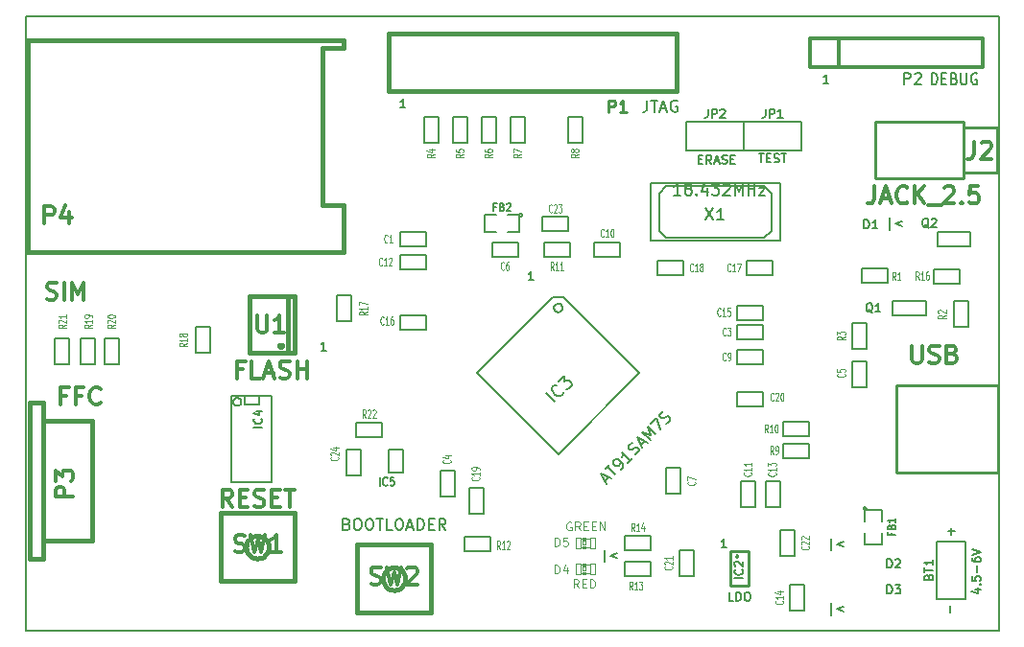
<source format=gto>
G04 (created by PCBNEW-RS274X (2011-06-08)-testing) date Fr 01 Jul 2011 23:29:28 CEST*
G01*
G70*
G90*
%MOIN*%
G04 Gerber Fmt 3.4, Leading zero omitted, Abs format*
%FSLAX34Y34*%
G04 APERTURE LIST*
%ADD10C,0.006000*%
%ADD11C,0.007500*%
%ADD12C,0.005900*%
%ADD13C,0.008000*%
%ADD14C,0.015000*%
%ADD15C,0.002600*%
%ADD16C,0.004000*%
%ADD17C,0.005000*%
%ADD18C,0.012000*%
%ADD19C,0.006500*%
%ADD20C,0.010000*%
%ADD21C,0.003500*%
%ADD22C,0.004500*%
%ADD23C,0.007900*%
G04 APERTURE END LIST*
G54D10*
X34565Y-53920D02*
X34565Y-53493D01*
X35007Y-53621D02*
X34779Y-53707D01*
X35007Y-53792D01*
X42415Y-55770D02*
X42415Y-55343D01*
X42857Y-55471D02*
X42629Y-55557D01*
X42857Y-55642D01*
X42415Y-53520D02*
X42415Y-53093D01*
X42857Y-53221D02*
X42629Y-53307D01*
X42857Y-53392D01*
X44465Y-42370D02*
X44465Y-41943D01*
X44907Y-42071D02*
X44679Y-42157D01*
X44907Y-42242D01*
G54D11*
X27636Y-38121D02*
X27465Y-38121D01*
X27550Y-38121D02*
X27550Y-37822D01*
X27522Y-37864D01*
X27493Y-37893D01*
X27465Y-37907D01*
X42336Y-37271D02*
X42165Y-37271D01*
X42250Y-37271D02*
X42250Y-36972D01*
X42222Y-37014D01*
X42193Y-37043D01*
X42165Y-37057D01*
G54D12*
X46557Y-55664D02*
X46557Y-55436D01*
X46607Y-52964D02*
X46607Y-52736D01*
X46721Y-52850D02*
X46493Y-52850D01*
X32086Y-44121D02*
X31915Y-44121D01*
X32000Y-44121D02*
X32000Y-43822D01*
X31972Y-43864D01*
X31943Y-43893D01*
X31915Y-43907D01*
X24886Y-46571D02*
X24715Y-46571D01*
X24800Y-46571D02*
X24800Y-46272D01*
X24772Y-46314D01*
X24743Y-46343D01*
X24715Y-46357D01*
X38786Y-53421D02*
X38615Y-53421D01*
X38700Y-53421D02*
X38700Y-53122D01*
X38672Y-53164D01*
X38643Y-53193D01*
X38615Y-53207D01*
G54D13*
X14450Y-56300D02*
X14450Y-34950D01*
X48250Y-56300D02*
X14450Y-56300D01*
X48250Y-34950D02*
X48250Y-56300D01*
X15250Y-34950D02*
X48250Y-34950D01*
X14450Y-34950D02*
X15250Y-34950D01*
G54D14*
X15057Y-49013D02*
X16750Y-49013D01*
X16750Y-49013D02*
X16750Y-53187D01*
X16750Y-53187D02*
X15057Y-53187D01*
X14585Y-48383D02*
X15057Y-48383D01*
X14585Y-53817D02*
X15057Y-53817D01*
X14585Y-48383D02*
X14585Y-53817D01*
X15057Y-53817D02*
X15057Y-48383D01*
G54D15*
X33723Y-53427D02*
X33723Y-53073D01*
X33723Y-53073D02*
X33566Y-53073D01*
X33566Y-53427D02*
X33566Y-53073D01*
X33723Y-53427D02*
X33566Y-53427D01*
X34234Y-53427D02*
X34234Y-53073D01*
X34234Y-53073D02*
X34077Y-53073D01*
X34077Y-53427D02*
X34077Y-53073D01*
X34234Y-53427D02*
X34077Y-53427D01*
X33900Y-53427D02*
X33900Y-53368D01*
X33900Y-53368D02*
X33782Y-53368D01*
X33782Y-53427D02*
X33782Y-53368D01*
X33900Y-53427D02*
X33782Y-53427D01*
X33900Y-53132D02*
X33900Y-53073D01*
X33900Y-53073D02*
X33782Y-53073D01*
X33782Y-53132D02*
X33782Y-53073D01*
X33900Y-53132D02*
X33782Y-53132D01*
X33900Y-53309D02*
X33900Y-53191D01*
X33900Y-53191D02*
X33782Y-53191D01*
X33782Y-53309D02*
X33782Y-53191D01*
X33900Y-53309D02*
X33782Y-53309D01*
G54D16*
X33723Y-53407D02*
X34077Y-53407D01*
X33723Y-53093D02*
X34077Y-53093D01*
G54D15*
X33723Y-54327D02*
X33723Y-53973D01*
X33723Y-53973D02*
X33566Y-53973D01*
X33566Y-54327D02*
X33566Y-53973D01*
X33723Y-54327D02*
X33566Y-54327D01*
X34234Y-54327D02*
X34234Y-53973D01*
X34234Y-53973D02*
X34077Y-53973D01*
X34077Y-54327D02*
X34077Y-53973D01*
X34234Y-54327D02*
X34077Y-54327D01*
X33900Y-54327D02*
X33900Y-54268D01*
X33900Y-54268D02*
X33782Y-54268D01*
X33782Y-54327D02*
X33782Y-54268D01*
X33900Y-54327D02*
X33782Y-54327D01*
X33900Y-54032D02*
X33900Y-53973D01*
X33900Y-53973D02*
X33782Y-53973D01*
X33782Y-54032D02*
X33782Y-53973D01*
X33900Y-54032D02*
X33782Y-54032D01*
X33900Y-54209D02*
X33900Y-54091D01*
X33900Y-54091D02*
X33782Y-54091D01*
X33782Y-54209D02*
X33782Y-54091D01*
X33900Y-54209D02*
X33782Y-54209D01*
G54D16*
X33723Y-54307D02*
X34077Y-54307D01*
X33723Y-53993D02*
X34077Y-53993D01*
G54D14*
X37050Y-37550D02*
X27050Y-37550D01*
X37050Y-35550D02*
X27050Y-35550D01*
X27050Y-35550D02*
X27050Y-37550D01*
X37052Y-37550D02*
X37052Y-35550D01*
G54D10*
X37400Y-39600D02*
X37400Y-38600D01*
X37400Y-38600D02*
X39400Y-38600D01*
X39400Y-38600D02*
X39400Y-39600D01*
X39400Y-39600D02*
X37400Y-39600D01*
X39400Y-39600D02*
X39400Y-38600D01*
X39400Y-38600D02*
X41400Y-38600D01*
X41400Y-38600D02*
X41400Y-39600D01*
X41400Y-39600D02*
X39400Y-39600D01*
X46100Y-53200D02*
X47100Y-53200D01*
X47100Y-53200D02*
X47100Y-55200D01*
X47100Y-55200D02*
X46100Y-55200D01*
X46100Y-55200D02*
X46100Y-53200D01*
G54D13*
X40350Y-42400D02*
X40350Y-41100D01*
X40350Y-41100D02*
X40100Y-40850D01*
X40100Y-40850D02*
X36700Y-40850D01*
X36700Y-40850D02*
X36450Y-41100D01*
X36450Y-41100D02*
X36450Y-42400D01*
X36450Y-42400D02*
X36700Y-42650D01*
X36700Y-42650D02*
X40100Y-42650D01*
X40100Y-42650D02*
X40350Y-42400D01*
X36150Y-42750D02*
X36150Y-40750D01*
X36150Y-40750D02*
X40650Y-40750D01*
X40650Y-40750D02*
X40650Y-42750D01*
X40650Y-42750D02*
X36150Y-42750D01*
G54D17*
X20850Y-45750D02*
X20850Y-46650D01*
X20850Y-46650D02*
X20350Y-46650D01*
X20350Y-46650D02*
X20350Y-45750D01*
X20350Y-45750D02*
X20850Y-45750D01*
X25250Y-45550D02*
X25250Y-44650D01*
X25250Y-44650D02*
X25750Y-44650D01*
X25750Y-44650D02*
X25750Y-45550D01*
X25750Y-45550D02*
X25250Y-45550D01*
X46000Y-43750D02*
X46900Y-43750D01*
X46900Y-43750D02*
X46900Y-44250D01*
X46900Y-44250D02*
X46000Y-44250D01*
X46000Y-44250D02*
X46000Y-43750D01*
X36150Y-53500D02*
X35250Y-53500D01*
X35250Y-53500D02*
X35250Y-53000D01*
X35250Y-53000D02*
X36150Y-53000D01*
X36150Y-53000D02*
X36150Y-53500D01*
X36150Y-54400D02*
X35250Y-54400D01*
X35250Y-54400D02*
X35250Y-53900D01*
X35250Y-53900D02*
X36150Y-53900D01*
X36150Y-53900D02*
X36150Y-54400D01*
X29700Y-53050D02*
X30600Y-53050D01*
X30600Y-53050D02*
X30600Y-53550D01*
X30600Y-53550D02*
X29700Y-53550D01*
X29700Y-53550D02*
X29700Y-53050D01*
X33350Y-43300D02*
X32450Y-43300D01*
X32450Y-43300D02*
X32450Y-42800D01*
X32450Y-42800D02*
X33350Y-42800D01*
X33350Y-42800D02*
X33350Y-43300D01*
X40750Y-49050D02*
X41650Y-49050D01*
X41650Y-49050D02*
X41650Y-49550D01*
X41650Y-49550D02*
X40750Y-49550D01*
X40750Y-49550D02*
X40750Y-49050D01*
X40750Y-49800D02*
X41650Y-49800D01*
X41650Y-49800D02*
X41650Y-50300D01*
X41650Y-50300D02*
X40750Y-50300D01*
X40750Y-50300D02*
X40750Y-49800D01*
X33800Y-38450D02*
X33800Y-39350D01*
X33800Y-39350D02*
X33300Y-39350D01*
X33300Y-39350D02*
X33300Y-38450D01*
X33300Y-38450D02*
X33800Y-38450D01*
X31800Y-38450D02*
X31800Y-39350D01*
X31800Y-39350D02*
X31300Y-39350D01*
X31300Y-39350D02*
X31300Y-38450D01*
X31300Y-38450D02*
X31800Y-38450D01*
X30800Y-38450D02*
X30800Y-39350D01*
X30800Y-39350D02*
X30300Y-39350D01*
X30300Y-39350D02*
X30300Y-38450D01*
X30300Y-38450D02*
X30800Y-38450D01*
X29800Y-38450D02*
X29800Y-39350D01*
X29800Y-39350D02*
X29300Y-39350D01*
X29300Y-39350D02*
X29300Y-38450D01*
X29300Y-38450D02*
X29800Y-38450D01*
X28800Y-38450D02*
X28800Y-39350D01*
X28800Y-39350D02*
X28300Y-39350D01*
X28300Y-39350D02*
X28300Y-38450D01*
X28300Y-38450D02*
X28800Y-38450D01*
X43150Y-46500D02*
X43150Y-45600D01*
X43150Y-45600D02*
X43650Y-45600D01*
X43650Y-45600D02*
X43650Y-46500D01*
X43650Y-46500D02*
X43150Y-46500D01*
X46700Y-45750D02*
X46700Y-44850D01*
X46700Y-44850D02*
X47200Y-44850D01*
X47200Y-44850D02*
X47200Y-45750D01*
X47200Y-45750D02*
X46700Y-45750D01*
X44400Y-44200D02*
X43500Y-44200D01*
X43500Y-44200D02*
X43500Y-43700D01*
X43500Y-43700D02*
X44400Y-43700D01*
X44400Y-43700D02*
X44400Y-44200D01*
X32400Y-41900D02*
X33300Y-41900D01*
X33300Y-41900D02*
X33300Y-42400D01*
X33300Y-42400D02*
X32400Y-42400D01*
X32400Y-42400D02*
X32400Y-41900D01*
X40650Y-53700D02*
X40650Y-52800D01*
X40650Y-52800D02*
X41150Y-52800D01*
X41150Y-52800D02*
X41150Y-53700D01*
X41150Y-53700D02*
X40650Y-53700D01*
X37650Y-53500D02*
X37650Y-54400D01*
X37650Y-54400D02*
X37150Y-54400D01*
X37150Y-54400D02*
X37150Y-53500D01*
X37150Y-53500D02*
X37650Y-53500D01*
X39150Y-48000D02*
X40050Y-48000D01*
X40050Y-48000D02*
X40050Y-48500D01*
X40050Y-48500D02*
X39150Y-48500D01*
X39150Y-48500D02*
X39150Y-48000D01*
X30350Y-51350D02*
X30350Y-52250D01*
X30350Y-52250D02*
X29850Y-52250D01*
X29850Y-52250D02*
X29850Y-51350D01*
X29850Y-51350D02*
X30350Y-51350D01*
X36400Y-43450D02*
X37300Y-43450D01*
X37300Y-43450D02*
X37300Y-43950D01*
X37300Y-43950D02*
X36400Y-43950D01*
X36400Y-43950D02*
X36400Y-43450D01*
X40400Y-43950D02*
X39500Y-43950D01*
X39500Y-43950D02*
X39500Y-43450D01*
X39500Y-43450D02*
X40400Y-43450D01*
X40400Y-43450D02*
X40400Y-43950D01*
X28350Y-45850D02*
X27450Y-45850D01*
X27450Y-45850D02*
X27450Y-45350D01*
X27450Y-45350D02*
X28350Y-45350D01*
X28350Y-45350D02*
X28350Y-45850D01*
X39150Y-45000D02*
X40050Y-45000D01*
X40050Y-45000D02*
X40050Y-45500D01*
X40050Y-45500D02*
X39150Y-45500D01*
X39150Y-45500D02*
X39150Y-45000D01*
X41500Y-54700D02*
X41500Y-55600D01*
X41500Y-55600D02*
X41000Y-55600D01*
X41000Y-55600D02*
X41000Y-54700D01*
X41000Y-54700D02*
X41500Y-54700D01*
X40650Y-51100D02*
X40650Y-52000D01*
X40650Y-52000D02*
X40150Y-52000D01*
X40150Y-52000D02*
X40150Y-51100D01*
X40150Y-51100D02*
X40650Y-51100D01*
X28350Y-43750D02*
X27450Y-43750D01*
X27450Y-43750D02*
X27450Y-43250D01*
X27450Y-43250D02*
X28350Y-43250D01*
X28350Y-43250D02*
X28350Y-43750D01*
X39800Y-51100D02*
X39800Y-52000D01*
X39800Y-52000D02*
X39300Y-52000D01*
X39300Y-52000D02*
X39300Y-51100D01*
X39300Y-51100D02*
X39800Y-51100D01*
X35100Y-43300D02*
X34200Y-43300D01*
X34200Y-43300D02*
X34200Y-42800D01*
X34200Y-42800D02*
X35100Y-42800D01*
X35100Y-42800D02*
X35100Y-43300D01*
X39150Y-46550D02*
X40050Y-46550D01*
X40050Y-46550D02*
X40050Y-47050D01*
X40050Y-47050D02*
X39150Y-47050D01*
X39150Y-47050D02*
X39150Y-46550D01*
X37200Y-50650D02*
X37200Y-51550D01*
X37200Y-51550D02*
X36700Y-51550D01*
X36700Y-51550D02*
X36700Y-50650D01*
X36700Y-50650D02*
X37200Y-50650D01*
X30650Y-42800D02*
X31550Y-42800D01*
X31550Y-42800D02*
X31550Y-43300D01*
X31550Y-43300D02*
X30650Y-43300D01*
X30650Y-43300D02*
X30650Y-42800D01*
X43150Y-47850D02*
X43150Y-46950D01*
X43150Y-46950D02*
X43650Y-46950D01*
X43650Y-46950D02*
X43650Y-47850D01*
X43650Y-47850D02*
X43150Y-47850D01*
X29350Y-50750D02*
X29350Y-51650D01*
X29350Y-51650D02*
X28850Y-51650D01*
X28850Y-51650D02*
X28850Y-50750D01*
X28850Y-50750D02*
X29350Y-50750D01*
X39150Y-45682D02*
X40050Y-45682D01*
X40050Y-45682D02*
X40050Y-46182D01*
X40050Y-46182D02*
X39150Y-46182D01*
X39150Y-46182D02*
X39150Y-45682D01*
X28350Y-42950D02*
X27450Y-42950D01*
X27450Y-42950D02*
X27450Y-42450D01*
X27450Y-42450D02*
X28350Y-42450D01*
X28350Y-42450D02*
X28350Y-42950D01*
X31700Y-41850D02*
X31699Y-41859D01*
X31696Y-41869D01*
X31691Y-41877D01*
X31685Y-41885D01*
X31677Y-41891D01*
X31669Y-41896D01*
X31660Y-41898D01*
X31650Y-41899D01*
X31641Y-41899D01*
X31632Y-41896D01*
X31623Y-41891D01*
X31616Y-41885D01*
X31609Y-41878D01*
X31605Y-41869D01*
X31602Y-41860D01*
X31601Y-41850D01*
X31601Y-41841D01*
X31604Y-41832D01*
X31608Y-41823D01*
X31615Y-41816D01*
X31622Y-41809D01*
X31630Y-41805D01*
X31640Y-41802D01*
X31649Y-41801D01*
X31658Y-41801D01*
X31668Y-41804D01*
X31676Y-41808D01*
X31684Y-41814D01*
X31690Y-41822D01*
X31695Y-41830D01*
X31698Y-41839D01*
X31699Y-41849D01*
X31700Y-41850D01*
X31200Y-41850D02*
X31600Y-41850D01*
X31600Y-41850D02*
X31600Y-42450D01*
X31600Y-42450D02*
X31200Y-42450D01*
X30800Y-42450D02*
X30400Y-42450D01*
X30400Y-42450D02*
X30400Y-41850D01*
X30400Y-41850D02*
X30800Y-41850D01*
X43650Y-52050D02*
X43649Y-52059D01*
X43646Y-52069D01*
X43641Y-52077D01*
X43635Y-52085D01*
X43627Y-52091D01*
X43619Y-52096D01*
X43610Y-52098D01*
X43600Y-52099D01*
X43591Y-52099D01*
X43582Y-52096D01*
X43573Y-52091D01*
X43566Y-52085D01*
X43559Y-52078D01*
X43555Y-52069D01*
X43552Y-52060D01*
X43551Y-52050D01*
X43551Y-52041D01*
X43554Y-52032D01*
X43558Y-52023D01*
X43565Y-52016D01*
X43572Y-52009D01*
X43580Y-52005D01*
X43590Y-52002D01*
X43599Y-52001D01*
X43608Y-52001D01*
X43618Y-52004D01*
X43626Y-52008D01*
X43634Y-52014D01*
X43640Y-52022D01*
X43645Y-52030D01*
X43648Y-52039D01*
X43649Y-52049D01*
X43650Y-52050D01*
X43600Y-52500D02*
X43600Y-52100D01*
X43600Y-52100D02*
X44200Y-52100D01*
X44200Y-52100D02*
X44200Y-52500D01*
X44200Y-52900D02*
X44200Y-53300D01*
X44200Y-53300D02*
X43600Y-53300D01*
X43600Y-53300D02*
X43600Y-52900D01*
G54D14*
X23354Y-46398D02*
X23353Y-46405D01*
X23351Y-46412D01*
X23347Y-46419D01*
X23342Y-46425D01*
X23336Y-46430D01*
X23330Y-46433D01*
X23322Y-46436D01*
X23315Y-46436D01*
X23308Y-46436D01*
X23301Y-46434D01*
X23294Y-46430D01*
X23288Y-46425D01*
X23283Y-46420D01*
X23280Y-46413D01*
X23277Y-46406D01*
X23277Y-46398D01*
X23277Y-46391D01*
X23279Y-46384D01*
X23283Y-46377D01*
X23287Y-46371D01*
X23293Y-46366D01*
X23300Y-46363D01*
X23307Y-46360D01*
X23315Y-46360D01*
X23321Y-46360D01*
X23329Y-46362D01*
X23335Y-46366D01*
X23341Y-46370D01*
X23346Y-46376D01*
X23350Y-46383D01*
X23353Y-46390D01*
X23353Y-46397D01*
X23354Y-46398D01*
X23551Y-46634D02*
X23551Y-44666D01*
X23787Y-46634D02*
X22213Y-46634D01*
X22213Y-46634D02*
X22213Y-44666D01*
X22213Y-44666D02*
X23787Y-44666D01*
X23787Y-44666D02*
X23787Y-46634D01*
G54D13*
X33099Y-45083D02*
X33096Y-45111D01*
X33087Y-45139D01*
X33074Y-45165D01*
X33055Y-45187D01*
X33033Y-45206D01*
X33007Y-45220D01*
X32979Y-45228D01*
X32951Y-45231D01*
X32923Y-45229D01*
X32895Y-45221D01*
X32869Y-45207D01*
X32846Y-45189D01*
X32828Y-45167D01*
X32814Y-45141D01*
X32805Y-45113D01*
X32802Y-45085D01*
X32804Y-45057D01*
X32812Y-45029D01*
X32825Y-45003D01*
X32843Y-44980D01*
X32865Y-44961D01*
X32891Y-44947D01*
X32919Y-44938D01*
X32947Y-44935D01*
X32975Y-44937D01*
X33003Y-44945D01*
X33029Y-44958D01*
X33052Y-44976D01*
X33071Y-44998D01*
X33086Y-45023D01*
X33095Y-45050D01*
X33098Y-45079D01*
X33099Y-45083D01*
X32950Y-50174D02*
X35778Y-47345D01*
X35778Y-47345D02*
X33127Y-44694D01*
X33127Y-44694D02*
X32773Y-44694D01*
X32773Y-44694D02*
X30122Y-47345D01*
X30122Y-47345D02*
X32950Y-50174D01*
G54D18*
X41700Y-36700D02*
X41700Y-35700D01*
X41700Y-35700D02*
X47700Y-35700D01*
X47700Y-35700D02*
X47700Y-36700D01*
X47700Y-36700D02*
X41700Y-36700D01*
X42700Y-36700D02*
X42700Y-35700D01*
G54D17*
X47271Y-42444D02*
X47271Y-42956D01*
X47271Y-42956D02*
X46129Y-42956D01*
X46129Y-42956D02*
X46129Y-42444D01*
X46129Y-42444D02*
X47271Y-42444D01*
X45721Y-44844D02*
X45721Y-45356D01*
X45721Y-45356D02*
X44579Y-45356D01*
X44579Y-45356D02*
X44579Y-44844D01*
X44579Y-44844D02*
X45721Y-44844D01*
G54D14*
X22894Y-53400D02*
X22886Y-53476D01*
X22864Y-53550D01*
X22828Y-53618D01*
X22779Y-53677D01*
X22720Y-53726D01*
X22652Y-53763D01*
X22579Y-53785D01*
X22502Y-53793D01*
X22427Y-53787D01*
X22353Y-53765D01*
X22285Y-53729D01*
X22225Y-53681D01*
X22175Y-53622D01*
X22138Y-53555D01*
X22115Y-53481D01*
X22107Y-53405D01*
X22113Y-53329D01*
X22134Y-53255D01*
X22169Y-53187D01*
X22217Y-53127D01*
X22276Y-53077D01*
X22343Y-53039D01*
X22416Y-53016D01*
X22492Y-53007D01*
X22568Y-53012D01*
X22642Y-53033D01*
X22711Y-53068D01*
X22771Y-53115D01*
X22821Y-53173D01*
X22859Y-53240D01*
X22884Y-53313D01*
X22893Y-53389D01*
X22894Y-53400D01*
X21220Y-54581D02*
X23780Y-54581D01*
X23780Y-54581D02*
X23780Y-52219D01*
X23780Y-52219D02*
X21220Y-52219D01*
X21220Y-52219D02*
X21220Y-54581D01*
X27644Y-54500D02*
X27636Y-54576D01*
X27614Y-54650D01*
X27578Y-54718D01*
X27529Y-54777D01*
X27470Y-54826D01*
X27402Y-54863D01*
X27329Y-54885D01*
X27252Y-54893D01*
X27177Y-54887D01*
X27103Y-54865D01*
X27035Y-54829D01*
X26975Y-54781D01*
X26925Y-54722D01*
X26888Y-54655D01*
X26865Y-54581D01*
X26857Y-54505D01*
X26863Y-54429D01*
X26884Y-54355D01*
X26919Y-54287D01*
X26967Y-54227D01*
X27026Y-54177D01*
X27093Y-54139D01*
X27166Y-54116D01*
X27242Y-54107D01*
X27318Y-54112D01*
X27392Y-54133D01*
X27461Y-54168D01*
X27521Y-54215D01*
X27571Y-54273D01*
X27609Y-54340D01*
X27634Y-54413D01*
X27643Y-54489D01*
X27644Y-54500D01*
X25970Y-55681D02*
X28530Y-55681D01*
X28530Y-55681D02*
X28530Y-53319D01*
X28530Y-53319D02*
X25970Y-53319D01*
X25970Y-53319D02*
X25970Y-55681D01*
X25491Y-41497D02*
X24774Y-41497D01*
X24774Y-41497D02*
X24774Y-36037D01*
X24774Y-36037D02*
X25491Y-36037D01*
X25491Y-36037D02*
X25491Y-35769D01*
X25491Y-35769D02*
X14526Y-35769D01*
X14526Y-35769D02*
X14526Y-39615D01*
X14526Y-39615D02*
X14526Y-43131D01*
X14526Y-43131D02*
X25491Y-43131D01*
X25491Y-43131D02*
X25491Y-41497D01*
G54D19*
X23000Y-51150D02*
X23000Y-48150D01*
X21600Y-48150D02*
X21600Y-51150D01*
X23000Y-51150D02*
X21600Y-51150D01*
G54D10*
X21600Y-48150D02*
X23000Y-48150D01*
G54D17*
X21941Y-48350D02*
X21938Y-48377D01*
X21930Y-48403D01*
X21917Y-48428D01*
X21900Y-48449D01*
X21878Y-48466D01*
X21854Y-48479D01*
X21828Y-48488D01*
X21800Y-48490D01*
X21774Y-48488D01*
X21748Y-48480D01*
X21723Y-48467D01*
X21702Y-48450D01*
X21684Y-48429D01*
X21671Y-48405D01*
X21663Y-48379D01*
X21660Y-48351D01*
X21662Y-48325D01*
X21669Y-48299D01*
X21682Y-48274D01*
X21699Y-48253D01*
X21720Y-48235D01*
X21744Y-48221D01*
X21770Y-48213D01*
X21798Y-48210D01*
X21824Y-48212D01*
X21850Y-48219D01*
X21875Y-48231D01*
X21897Y-48248D01*
X21915Y-48269D01*
X21928Y-48293D01*
X21937Y-48319D01*
X21940Y-48347D01*
X21941Y-48350D01*
X22550Y-48150D02*
X22550Y-48450D01*
X22550Y-48450D02*
X22050Y-48450D01*
X22050Y-48450D02*
X22050Y-48150D01*
X26836Y-49585D02*
X25936Y-49585D01*
X25936Y-49585D02*
X25936Y-49085D01*
X25936Y-49085D02*
X26836Y-49085D01*
X26836Y-49085D02*
X26836Y-49585D01*
X15450Y-47050D02*
X15450Y-46150D01*
X15450Y-46150D02*
X15950Y-46150D01*
X15950Y-46150D02*
X15950Y-47050D01*
X15950Y-47050D02*
X15450Y-47050D01*
X17200Y-47050D02*
X17200Y-46150D01*
X17200Y-46150D02*
X17700Y-46150D01*
X17700Y-46150D02*
X17700Y-47050D01*
X17700Y-47050D02*
X17200Y-47050D01*
X16850Y-46150D02*
X16850Y-47050D01*
X16850Y-47050D02*
X16350Y-47050D01*
X16350Y-47050D02*
X16350Y-46150D01*
X16350Y-46150D02*
X16850Y-46150D01*
X26100Y-50000D02*
X26100Y-50900D01*
X26100Y-50900D02*
X25600Y-50900D01*
X25600Y-50900D02*
X25600Y-50000D01*
X25600Y-50000D02*
X26100Y-50000D01*
G54D10*
X27550Y-50800D02*
X27550Y-50000D01*
X27550Y-50000D02*
X27050Y-50000D01*
X27050Y-50000D02*
X27050Y-50800D01*
X27050Y-50800D02*
X27550Y-50800D01*
G54D20*
X39179Y-53717D02*
X39178Y-53722D01*
X39176Y-53727D01*
X39174Y-53731D01*
X39171Y-53736D01*
X39167Y-53739D01*
X39162Y-53741D01*
X39157Y-53743D01*
X39152Y-53743D01*
X39147Y-53743D01*
X39142Y-53742D01*
X39138Y-53739D01*
X39134Y-53736D01*
X39130Y-53732D01*
X39128Y-53727D01*
X39126Y-53722D01*
X39126Y-53717D01*
X39126Y-53713D01*
X39127Y-53708D01*
X39130Y-53703D01*
X39133Y-53699D01*
X39137Y-53695D01*
X39142Y-53693D01*
X39147Y-53691D01*
X39152Y-53691D01*
X39156Y-53691D01*
X39161Y-53692D01*
X39166Y-53695D01*
X39170Y-53698D01*
X39174Y-53702D01*
X39176Y-53707D01*
X39178Y-53712D01*
X39178Y-53717D01*
X39179Y-53717D01*
X39565Y-53559D02*
X39565Y-54741D01*
X39565Y-54741D02*
X38935Y-54741D01*
X38935Y-54741D02*
X38935Y-53559D01*
X38935Y-53559D02*
X39565Y-53559D01*
X47028Y-40387D02*
X48209Y-40387D01*
X48209Y-40387D02*
X48209Y-38813D01*
X48209Y-38813D02*
X47028Y-38813D01*
X47028Y-40584D02*
X43957Y-40584D01*
X43957Y-40584D02*
X43957Y-38616D01*
X43957Y-38616D02*
X47028Y-38616D01*
X47028Y-38616D02*
X47028Y-40584D01*
X48237Y-50816D02*
X44694Y-50816D01*
X44694Y-50816D02*
X44694Y-47784D01*
X44694Y-47784D02*
X48237Y-47784D01*
X48237Y-47784D02*
X48237Y-50816D01*
G54D18*
X16093Y-51642D02*
X15493Y-51642D01*
X15493Y-51414D01*
X15521Y-51356D01*
X15550Y-51328D01*
X15607Y-51299D01*
X15693Y-51299D01*
X15750Y-51328D01*
X15779Y-51356D01*
X15807Y-51414D01*
X15807Y-51642D01*
X15493Y-51099D02*
X15493Y-50728D01*
X15721Y-50928D01*
X15721Y-50842D01*
X15750Y-50785D01*
X15779Y-50756D01*
X15836Y-50728D01*
X15979Y-50728D01*
X16036Y-50756D01*
X16064Y-50785D01*
X16093Y-50842D01*
X16093Y-51014D01*
X16064Y-51071D01*
X16036Y-51099D01*
X15879Y-48129D02*
X15679Y-48129D01*
X15679Y-48443D02*
X15679Y-47843D01*
X15965Y-47843D01*
X16393Y-48129D02*
X16193Y-48129D01*
X16193Y-48443D02*
X16193Y-47843D01*
X16479Y-47843D01*
X17050Y-48386D02*
X17021Y-48414D01*
X16935Y-48443D01*
X16878Y-48443D01*
X16793Y-48414D01*
X16735Y-48357D01*
X16707Y-48300D01*
X16678Y-48186D01*
X16678Y-48100D01*
X16707Y-47986D01*
X16735Y-47929D01*
X16793Y-47871D01*
X16878Y-47843D01*
X16935Y-47843D01*
X17021Y-47871D01*
X17050Y-47900D01*
G54D21*
X32828Y-53371D02*
X32828Y-53071D01*
X32900Y-53071D01*
X32943Y-53086D01*
X32971Y-53114D01*
X32986Y-53143D01*
X33000Y-53200D01*
X33000Y-53243D01*
X32986Y-53300D01*
X32971Y-53329D01*
X32943Y-53357D01*
X32900Y-53371D01*
X32828Y-53371D01*
X33271Y-53071D02*
X33128Y-53071D01*
X33114Y-53214D01*
X33128Y-53200D01*
X33157Y-53186D01*
X33228Y-53186D01*
X33257Y-53200D01*
X33271Y-53214D01*
X33286Y-53243D01*
X33286Y-53314D01*
X33271Y-53343D01*
X33257Y-53357D01*
X33228Y-53371D01*
X33157Y-53371D01*
X33128Y-53357D01*
X33114Y-53343D01*
X33401Y-52536D02*
X33372Y-52521D01*
X33329Y-52521D01*
X33286Y-52536D01*
X33258Y-52564D01*
X33243Y-52593D01*
X33229Y-52650D01*
X33229Y-52693D01*
X33243Y-52750D01*
X33258Y-52779D01*
X33286Y-52807D01*
X33329Y-52821D01*
X33358Y-52821D01*
X33401Y-52807D01*
X33415Y-52793D01*
X33415Y-52693D01*
X33358Y-52693D01*
X33715Y-52821D02*
X33615Y-52679D01*
X33543Y-52821D02*
X33543Y-52521D01*
X33658Y-52521D01*
X33686Y-52536D01*
X33701Y-52550D01*
X33715Y-52579D01*
X33715Y-52621D01*
X33701Y-52650D01*
X33686Y-52664D01*
X33658Y-52679D01*
X33543Y-52679D01*
X33843Y-52664D02*
X33943Y-52664D01*
X33986Y-52821D02*
X33843Y-52821D01*
X33843Y-52521D01*
X33986Y-52521D01*
X34114Y-52664D02*
X34214Y-52664D01*
X34257Y-52821D02*
X34114Y-52821D01*
X34114Y-52521D01*
X34257Y-52521D01*
X34385Y-52821D02*
X34385Y-52521D01*
X34557Y-52821D01*
X34557Y-52521D01*
X32828Y-54321D02*
X32828Y-54021D01*
X32900Y-54021D01*
X32943Y-54036D01*
X32971Y-54064D01*
X32986Y-54093D01*
X33000Y-54150D01*
X33000Y-54193D01*
X32986Y-54250D01*
X32971Y-54279D01*
X32943Y-54307D01*
X32900Y-54321D01*
X32828Y-54321D01*
X33257Y-54121D02*
X33257Y-54321D01*
X33186Y-54007D02*
X33114Y-54221D01*
X33300Y-54221D01*
X33658Y-54821D02*
X33558Y-54679D01*
X33486Y-54821D02*
X33486Y-54521D01*
X33601Y-54521D01*
X33629Y-54536D01*
X33644Y-54550D01*
X33658Y-54579D01*
X33658Y-54621D01*
X33644Y-54650D01*
X33629Y-54664D01*
X33601Y-54679D01*
X33486Y-54679D01*
X33786Y-54664D02*
X33886Y-54664D01*
X33929Y-54821D02*
X33786Y-54821D01*
X33786Y-54521D01*
X33929Y-54521D01*
X34057Y-54821D02*
X34057Y-54521D01*
X34129Y-54521D01*
X34172Y-54536D01*
X34200Y-54564D01*
X34215Y-54593D01*
X34229Y-54650D01*
X34229Y-54693D01*
X34215Y-54750D01*
X34200Y-54779D01*
X34172Y-54807D01*
X34129Y-54821D01*
X34057Y-54821D01*
G54D20*
X34705Y-38262D02*
X34705Y-37862D01*
X34858Y-37862D01*
X34896Y-37881D01*
X34915Y-37900D01*
X34934Y-37938D01*
X34934Y-37995D01*
X34915Y-38033D01*
X34896Y-38052D01*
X34858Y-38071D01*
X34705Y-38071D01*
X35315Y-38262D02*
X35086Y-38262D01*
X35200Y-38262D02*
X35200Y-37862D01*
X35162Y-37919D01*
X35124Y-37957D01*
X35086Y-37976D01*
G54D13*
X36034Y-37862D02*
X36034Y-38148D01*
X36014Y-38205D01*
X35976Y-38243D01*
X35919Y-38262D01*
X35881Y-38262D01*
X36167Y-37862D02*
X36396Y-37862D01*
X36281Y-38262D02*
X36281Y-37862D01*
X36510Y-38148D02*
X36701Y-38148D01*
X36472Y-38262D02*
X36605Y-37862D01*
X36739Y-38262D01*
X37082Y-37881D02*
X37044Y-37862D01*
X36987Y-37862D01*
X36929Y-37881D01*
X36891Y-37919D01*
X36872Y-37957D01*
X36853Y-38033D01*
X36853Y-38090D01*
X36872Y-38167D01*
X36891Y-38205D01*
X36929Y-38243D01*
X36987Y-38262D01*
X37025Y-38262D01*
X37082Y-38243D01*
X37101Y-38224D01*
X37101Y-38090D01*
X37025Y-38090D01*
G54D10*
X38150Y-38171D02*
X38150Y-38386D01*
X38136Y-38429D01*
X38107Y-38457D01*
X38064Y-38471D01*
X38036Y-38471D01*
X38293Y-38471D02*
X38293Y-38171D01*
X38408Y-38171D01*
X38436Y-38186D01*
X38451Y-38200D01*
X38465Y-38229D01*
X38465Y-38271D01*
X38451Y-38300D01*
X38436Y-38314D01*
X38408Y-38329D01*
X38293Y-38329D01*
X38579Y-38200D02*
X38593Y-38186D01*
X38622Y-38171D01*
X38693Y-38171D01*
X38722Y-38186D01*
X38736Y-38200D01*
X38751Y-38229D01*
X38751Y-38257D01*
X38736Y-38300D01*
X38565Y-38471D01*
X38751Y-38471D01*
X37829Y-39914D02*
X37929Y-39914D01*
X37972Y-40071D02*
X37829Y-40071D01*
X37829Y-39771D01*
X37972Y-39771D01*
X38272Y-40071D02*
X38172Y-39929D01*
X38100Y-40071D02*
X38100Y-39771D01*
X38215Y-39771D01*
X38243Y-39786D01*
X38258Y-39800D01*
X38272Y-39829D01*
X38272Y-39871D01*
X38258Y-39900D01*
X38243Y-39914D01*
X38215Y-39929D01*
X38100Y-39929D01*
X38386Y-39986D02*
X38529Y-39986D01*
X38358Y-40071D02*
X38458Y-39771D01*
X38558Y-40071D01*
X38643Y-40057D02*
X38686Y-40071D01*
X38757Y-40071D01*
X38786Y-40057D01*
X38800Y-40043D01*
X38815Y-40014D01*
X38815Y-39986D01*
X38800Y-39957D01*
X38786Y-39943D01*
X38757Y-39929D01*
X38700Y-39914D01*
X38672Y-39900D01*
X38657Y-39886D01*
X38643Y-39857D01*
X38643Y-39829D01*
X38657Y-39800D01*
X38672Y-39786D01*
X38700Y-39771D01*
X38772Y-39771D01*
X38815Y-39786D01*
X38943Y-39914D02*
X39043Y-39914D01*
X39086Y-40071D02*
X38943Y-40071D01*
X38943Y-39771D01*
X39086Y-39771D01*
X40150Y-38171D02*
X40150Y-38386D01*
X40136Y-38429D01*
X40107Y-38457D01*
X40064Y-38471D01*
X40036Y-38471D01*
X40293Y-38471D02*
X40293Y-38171D01*
X40408Y-38171D01*
X40436Y-38186D01*
X40451Y-38200D01*
X40465Y-38229D01*
X40465Y-38271D01*
X40451Y-38300D01*
X40436Y-38314D01*
X40408Y-38329D01*
X40293Y-38329D01*
X40751Y-38471D02*
X40579Y-38471D01*
X40665Y-38471D02*
X40665Y-38171D01*
X40636Y-38214D01*
X40608Y-38243D01*
X40579Y-38257D01*
X39922Y-39721D02*
X40093Y-39721D01*
X40007Y-40021D02*
X40007Y-39721D01*
X40193Y-39864D02*
X40293Y-39864D01*
X40336Y-40021D02*
X40193Y-40021D01*
X40193Y-39721D01*
X40336Y-39721D01*
X40450Y-40007D02*
X40493Y-40021D01*
X40564Y-40021D01*
X40593Y-40007D01*
X40607Y-39993D01*
X40622Y-39964D01*
X40622Y-39936D01*
X40607Y-39907D01*
X40593Y-39893D01*
X40564Y-39879D01*
X40507Y-39864D01*
X40479Y-39850D01*
X40464Y-39836D01*
X40450Y-39807D01*
X40450Y-39779D01*
X40464Y-39750D01*
X40479Y-39736D01*
X40507Y-39721D01*
X40579Y-39721D01*
X40622Y-39736D01*
X40708Y-39721D02*
X40879Y-39721D01*
X40793Y-40021D02*
X40793Y-39721D01*
X45814Y-54436D02*
X45829Y-54393D01*
X45843Y-54378D01*
X45871Y-54364D01*
X45914Y-54364D01*
X45943Y-54378D01*
X45957Y-54393D01*
X45971Y-54421D01*
X45971Y-54536D01*
X45671Y-54536D01*
X45671Y-54436D01*
X45686Y-54407D01*
X45700Y-54393D01*
X45729Y-54378D01*
X45757Y-54378D01*
X45786Y-54393D01*
X45800Y-54407D01*
X45814Y-54436D01*
X45814Y-54536D01*
X45671Y-54278D02*
X45671Y-54107D01*
X45971Y-54193D02*
X45671Y-54193D01*
X45971Y-53849D02*
X45971Y-54021D01*
X45971Y-53935D02*
X45671Y-53935D01*
X45714Y-53964D01*
X45743Y-53992D01*
X45757Y-54021D01*
X47421Y-54864D02*
X47621Y-54864D01*
X47307Y-54935D02*
X47521Y-55007D01*
X47521Y-54821D01*
X47593Y-54707D02*
X47607Y-54692D01*
X47621Y-54707D01*
X47607Y-54721D01*
X47593Y-54707D01*
X47621Y-54707D01*
X47321Y-54421D02*
X47321Y-54564D01*
X47464Y-54578D01*
X47450Y-54564D01*
X47436Y-54535D01*
X47436Y-54464D01*
X47450Y-54435D01*
X47464Y-54421D01*
X47493Y-54406D01*
X47564Y-54406D01*
X47593Y-54421D01*
X47607Y-54435D01*
X47621Y-54464D01*
X47621Y-54535D01*
X47607Y-54564D01*
X47593Y-54578D01*
X47507Y-54278D02*
X47507Y-54049D01*
X47321Y-53778D02*
X47321Y-53835D01*
X47336Y-53864D01*
X47350Y-53878D01*
X47393Y-53907D01*
X47450Y-53921D01*
X47564Y-53921D01*
X47593Y-53907D01*
X47607Y-53892D01*
X47621Y-53864D01*
X47621Y-53807D01*
X47607Y-53778D01*
X47593Y-53764D01*
X47564Y-53749D01*
X47493Y-53749D01*
X47464Y-53764D01*
X47450Y-53778D01*
X47436Y-53807D01*
X47436Y-53864D01*
X47450Y-53892D01*
X47464Y-53907D01*
X47493Y-53921D01*
X47321Y-53663D02*
X47621Y-53563D01*
X47321Y-53463D01*
G54D13*
X38076Y-41612D02*
X38343Y-42012D01*
X38343Y-41612D02*
X38076Y-42012D01*
X38705Y-42012D02*
X38476Y-42012D01*
X38590Y-42012D02*
X38590Y-41612D01*
X38552Y-41669D01*
X38514Y-41707D01*
X38476Y-41726D01*
X37208Y-41162D02*
X36979Y-41162D01*
X37093Y-41162D02*
X37093Y-40762D01*
X37055Y-40819D01*
X37017Y-40857D01*
X36979Y-40876D01*
X37436Y-40933D02*
X37398Y-40914D01*
X37379Y-40895D01*
X37360Y-40857D01*
X37360Y-40838D01*
X37379Y-40800D01*
X37398Y-40781D01*
X37436Y-40762D01*
X37513Y-40762D01*
X37551Y-40781D01*
X37570Y-40800D01*
X37589Y-40838D01*
X37589Y-40857D01*
X37570Y-40895D01*
X37551Y-40914D01*
X37513Y-40933D01*
X37436Y-40933D01*
X37398Y-40952D01*
X37379Y-40971D01*
X37360Y-41010D01*
X37360Y-41086D01*
X37379Y-41124D01*
X37398Y-41143D01*
X37436Y-41162D01*
X37513Y-41162D01*
X37551Y-41143D01*
X37570Y-41124D01*
X37589Y-41086D01*
X37589Y-41010D01*
X37570Y-40971D01*
X37551Y-40952D01*
X37513Y-40933D01*
X37760Y-41124D02*
X37779Y-41143D01*
X37760Y-41162D01*
X37741Y-41143D01*
X37760Y-41124D01*
X37760Y-41162D01*
X38122Y-40895D02*
X38122Y-41162D01*
X38026Y-40743D02*
X37931Y-41029D01*
X38179Y-41029D01*
X38293Y-40762D02*
X38541Y-40762D01*
X38407Y-40914D01*
X38465Y-40914D01*
X38503Y-40933D01*
X38522Y-40952D01*
X38541Y-40990D01*
X38541Y-41086D01*
X38522Y-41124D01*
X38503Y-41143D01*
X38465Y-41162D01*
X38350Y-41162D01*
X38312Y-41143D01*
X38293Y-41124D01*
X38693Y-40800D02*
X38712Y-40781D01*
X38750Y-40762D01*
X38846Y-40762D01*
X38884Y-40781D01*
X38903Y-40800D01*
X38922Y-40838D01*
X38922Y-40876D01*
X38903Y-40933D01*
X38674Y-41162D01*
X38922Y-41162D01*
X39093Y-41162D02*
X39093Y-40762D01*
X39227Y-41048D01*
X39360Y-40762D01*
X39360Y-41162D01*
X39550Y-41162D02*
X39550Y-40762D01*
X39550Y-40952D02*
X39779Y-40952D01*
X39779Y-41162D02*
X39779Y-40762D01*
X39931Y-40895D02*
X40141Y-40895D01*
X39931Y-41162D01*
X40141Y-41162D01*
G54D22*
X20063Y-46315D02*
X19930Y-46375D01*
X20063Y-46418D02*
X19783Y-46418D01*
X19783Y-46350D01*
X19797Y-46332D01*
X19810Y-46324D01*
X19837Y-46315D01*
X19877Y-46315D01*
X19903Y-46324D01*
X19917Y-46332D01*
X19930Y-46350D01*
X19930Y-46418D01*
X20063Y-46144D02*
X20063Y-46247D01*
X20063Y-46195D02*
X19783Y-46195D01*
X19823Y-46212D01*
X19850Y-46230D01*
X19863Y-46247D01*
X19903Y-46041D02*
X19890Y-46059D01*
X19877Y-46067D01*
X19850Y-46076D01*
X19837Y-46076D01*
X19810Y-46067D01*
X19797Y-46059D01*
X19783Y-46041D01*
X19783Y-46007D01*
X19797Y-45990D01*
X19810Y-45981D01*
X19837Y-45973D01*
X19850Y-45973D01*
X19877Y-45981D01*
X19890Y-45990D01*
X19903Y-46007D01*
X19903Y-46041D01*
X19917Y-46059D01*
X19930Y-46067D01*
X19957Y-46076D01*
X20010Y-46076D01*
X20037Y-46067D01*
X20050Y-46059D01*
X20063Y-46041D01*
X20063Y-46007D01*
X20050Y-45990D01*
X20037Y-45981D01*
X20010Y-45973D01*
X19957Y-45973D01*
X19930Y-45981D01*
X19917Y-45990D01*
X19903Y-46007D01*
X26313Y-45215D02*
X26180Y-45275D01*
X26313Y-45318D02*
X26033Y-45318D01*
X26033Y-45250D01*
X26047Y-45232D01*
X26060Y-45224D01*
X26087Y-45215D01*
X26127Y-45215D01*
X26153Y-45224D01*
X26167Y-45232D01*
X26180Y-45250D01*
X26180Y-45318D01*
X26313Y-45044D02*
X26313Y-45147D01*
X26313Y-45095D02*
X26033Y-45095D01*
X26073Y-45112D01*
X26100Y-45130D01*
X26113Y-45147D01*
X26033Y-44984D02*
X26033Y-44864D01*
X26313Y-44941D01*
X45480Y-44100D02*
X45420Y-43967D01*
X45377Y-44100D02*
X45377Y-43820D01*
X45445Y-43820D01*
X45463Y-43834D01*
X45471Y-43847D01*
X45480Y-43874D01*
X45480Y-43914D01*
X45471Y-43940D01*
X45463Y-43954D01*
X45445Y-43967D01*
X45377Y-43967D01*
X45651Y-44100D02*
X45548Y-44100D01*
X45600Y-44100D02*
X45600Y-43820D01*
X45583Y-43860D01*
X45565Y-43887D01*
X45548Y-43900D01*
X45805Y-43820D02*
X45771Y-43820D01*
X45754Y-43834D01*
X45745Y-43847D01*
X45728Y-43887D01*
X45719Y-43940D01*
X45719Y-44047D01*
X45728Y-44074D01*
X45736Y-44087D01*
X45754Y-44100D01*
X45788Y-44100D01*
X45805Y-44087D01*
X45814Y-44074D01*
X45822Y-44047D01*
X45822Y-43980D01*
X45814Y-43954D01*
X45805Y-43940D01*
X45788Y-43927D01*
X45754Y-43927D01*
X45736Y-43940D01*
X45728Y-43954D01*
X45719Y-43980D01*
X35599Y-52850D02*
X35539Y-52717D01*
X35496Y-52850D02*
X35496Y-52570D01*
X35564Y-52570D01*
X35582Y-52584D01*
X35590Y-52597D01*
X35599Y-52624D01*
X35599Y-52664D01*
X35590Y-52690D01*
X35582Y-52704D01*
X35564Y-52717D01*
X35496Y-52717D01*
X35770Y-52850D02*
X35667Y-52850D01*
X35719Y-52850D02*
X35719Y-52570D01*
X35702Y-52610D01*
X35684Y-52637D01*
X35667Y-52650D01*
X35924Y-52664D02*
X35924Y-52850D01*
X35881Y-52557D02*
X35838Y-52757D01*
X35950Y-52757D01*
X35535Y-54882D02*
X35475Y-54749D01*
X35432Y-54882D02*
X35432Y-54602D01*
X35500Y-54602D01*
X35518Y-54616D01*
X35526Y-54629D01*
X35535Y-54656D01*
X35535Y-54696D01*
X35526Y-54722D01*
X35518Y-54736D01*
X35500Y-54749D01*
X35432Y-54749D01*
X35706Y-54882D02*
X35603Y-54882D01*
X35655Y-54882D02*
X35655Y-54602D01*
X35638Y-54642D01*
X35620Y-54669D01*
X35603Y-54682D01*
X35766Y-54602D02*
X35877Y-54602D01*
X35817Y-54709D01*
X35843Y-54709D01*
X35860Y-54722D01*
X35869Y-54736D01*
X35877Y-54762D01*
X35877Y-54829D01*
X35869Y-54856D01*
X35860Y-54869D01*
X35843Y-54882D01*
X35791Y-54882D01*
X35774Y-54869D01*
X35766Y-54856D01*
X30935Y-53463D02*
X30875Y-53330D01*
X30832Y-53463D02*
X30832Y-53183D01*
X30900Y-53183D01*
X30918Y-53197D01*
X30926Y-53210D01*
X30935Y-53237D01*
X30935Y-53277D01*
X30926Y-53303D01*
X30918Y-53317D01*
X30900Y-53330D01*
X30832Y-53330D01*
X31106Y-53463D02*
X31003Y-53463D01*
X31055Y-53463D02*
X31055Y-53183D01*
X31038Y-53223D01*
X31020Y-53250D01*
X31003Y-53263D01*
X31174Y-53210D02*
X31183Y-53197D01*
X31200Y-53183D01*
X31243Y-53183D01*
X31260Y-53197D01*
X31269Y-53210D01*
X31277Y-53237D01*
X31277Y-53263D01*
X31269Y-53303D01*
X31166Y-53463D01*
X31277Y-53463D01*
X32785Y-43763D02*
X32725Y-43630D01*
X32682Y-43763D02*
X32682Y-43483D01*
X32750Y-43483D01*
X32768Y-43497D01*
X32776Y-43510D01*
X32785Y-43537D01*
X32785Y-43577D01*
X32776Y-43603D01*
X32768Y-43617D01*
X32750Y-43630D01*
X32682Y-43630D01*
X32956Y-43763D02*
X32853Y-43763D01*
X32905Y-43763D02*
X32905Y-43483D01*
X32888Y-43523D01*
X32870Y-43550D01*
X32853Y-43563D01*
X33127Y-43763D02*
X33024Y-43763D01*
X33076Y-43763D02*
X33076Y-43483D01*
X33059Y-43523D01*
X33041Y-43550D01*
X33024Y-43563D01*
X40235Y-49413D02*
X40175Y-49280D01*
X40132Y-49413D02*
X40132Y-49133D01*
X40200Y-49133D01*
X40218Y-49147D01*
X40226Y-49160D01*
X40235Y-49187D01*
X40235Y-49227D01*
X40226Y-49253D01*
X40218Y-49267D01*
X40200Y-49280D01*
X40132Y-49280D01*
X40406Y-49413D02*
X40303Y-49413D01*
X40355Y-49413D02*
X40355Y-49133D01*
X40338Y-49173D01*
X40320Y-49200D01*
X40303Y-49213D01*
X40517Y-49133D02*
X40534Y-49133D01*
X40551Y-49147D01*
X40560Y-49160D01*
X40569Y-49187D01*
X40577Y-49240D01*
X40577Y-49307D01*
X40569Y-49360D01*
X40560Y-49387D01*
X40551Y-49400D01*
X40534Y-49413D01*
X40517Y-49413D01*
X40500Y-49400D01*
X40491Y-49387D01*
X40483Y-49360D01*
X40474Y-49307D01*
X40474Y-49240D01*
X40483Y-49187D01*
X40491Y-49160D01*
X40500Y-49147D01*
X40517Y-49133D01*
X40421Y-50163D02*
X40361Y-50030D01*
X40318Y-50163D02*
X40318Y-49883D01*
X40386Y-49883D01*
X40404Y-49897D01*
X40412Y-49910D01*
X40421Y-49937D01*
X40421Y-49977D01*
X40412Y-50003D01*
X40404Y-50017D01*
X40386Y-50030D01*
X40318Y-50030D01*
X40506Y-50163D02*
X40541Y-50163D01*
X40558Y-50150D01*
X40566Y-50137D01*
X40584Y-50097D01*
X40592Y-50043D01*
X40592Y-49937D01*
X40584Y-49910D01*
X40575Y-49897D01*
X40558Y-49883D01*
X40524Y-49883D01*
X40506Y-49897D01*
X40498Y-49910D01*
X40489Y-49937D01*
X40489Y-50003D01*
X40498Y-50030D01*
X40506Y-50043D01*
X40524Y-50057D01*
X40558Y-50057D01*
X40575Y-50043D01*
X40584Y-50030D01*
X40592Y-50003D01*
X33663Y-39729D02*
X33530Y-39789D01*
X33663Y-39832D02*
X33383Y-39832D01*
X33383Y-39764D01*
X33397Y-39746D01*
X33410Y-39738D01*
X33437Y-39729D01*
X33477Y-39729D01*
X33503Y-39738D01*
X33517Y-39746D01*
X33530Y-39764D01*
X33530Y-39832D01*
X33503Y-39626D02*
X33490Y-39644D01*
X33477Y-39652D01*
X33450Y-39661D01*
X33437Y-39661D01*
X33410Y-39652D01*
X33397Y-39644D01*
X33383Y-39626D01*
X33383Y-39592D01*
X33397Y-39575D01*
X33410Y-39566D01*
X33437Y-39558D01*
X33450Y-39558D01*
X33477Y-39566D01*
X33490Y-39575D01*
X33503Y-39592D01*
X33503Y-39626D01*
X33517Y-39644D01*
X33530Y-39652D01*
X33557Y-39661D01*
X33610Y-39661D01*
X33637Y-39652D01*
X33650Y-39644D01*
X33663Y-39626D01*
X33663Y-39592D01*
X33650Y-39575D01*
X33637Y-39566D01*
X33610Y-39558D01*
X33557Y-39558D01*
X33530Y-39566D01*
X33517Y-39575D01*
X33503Y-39592D01*
X31663Y-39729D02*
X31530Y-39789D01*
X31663Y-39832D02*
X31383Y-39832D01*
X31383Y-39764D01*
X31397Y-39746D01*
X31410Y-39738D01*
X31437Y-39729D01*
X31477Y-39729D01*
X31503Y-39738D01*
X31517Y-39746D01*
X31530Y-39764D01*
X31530Y-39832D01*
X31383Y-39669D02*
X31383Y-39549D01*
X31663Y-39626D01*
X30663Y-39729D02*
X30530Y-39789D01*
X30663Y-39832D02*
X30383Y-39832D01*
X30383Y-39764D01*
X30397Y-39746D01*
X30410Y-39738D01*
X30437Y-39729D01*
X30477Y-39729D01*
X30503Y-39738D01*
X30517Y-39746D01*
X30530Y-39764D01*
X30530Y-39832D01*
X30383Y-39575D02*
X30383Y-39609D01*
X30397Y-39626D01*
X30410Y-39635D01*
X30450Y-39652D01*
X30503Y-39661D01*
X30610Y-39661D01*
X30637Y-39652D01*
X30650Y-39644D01*
X30663Y-39626D01*
X30663Y-39592D01*
X30650Y-39575D01*
X30637Y-39566D01*
X30610Y-39558D01*
X30543Y-39558D01*
X30517Y-39566D01*
X30503Y-39575D01*
X30490Y-39592D01*
X30490Y-39626D01*
X30503Y-39644D01*
X30517Y-39652D01*
X30543Y-39661D01*
X29663Y-39729D02*
X29530Y-39789D01*
X29663Y-39832D02*
X29383Y-39832D01*
X29383Y-39764D01*
X29397Y-39746D01*
X29410Y-39738D01*
X29437Y-39729D01*
X29477Y-39729D01*
X29503Y-39738D01*
X29517Y-39746D01*
X29530Y-39764D01*
X29530Y-39832D01*
X29383Y-39566D02*
X29383Y-39652D01*
X29517Y-39661D01*
X29503Y-39652D01*
X29490Y-39635D01*
X29490Y-39592D01*
X29503Y-39575D01*
X29517Y-39566D01*
X29543Y-39558D01*
X29610Y-39558D01*
X29637Y-39566D01*
X29650Y-39575D01*
X29663Y-39592D01*
X29663Y-39635D01*
X29650Y-39652D01*
X29637Y-39661D01*
X28663Y-39729D02*
X28530Y-39789D01*
X28663Y-39832D02*
X28383Y-39832D01*
X28383Y-39764D01*
X28397Y-39746D01*
X28410Y-39738D01*
X28437Y-39729D01*
X28477Y-39729D01*
X28503Y-39738D01*
X28517Y-39746D01*
X28530Y-39764D01*
X28530Y-39832D01*
X28477Y-39575D02*
X28663Y-39575D01*
X28370Y-39618D02*
X28570Y-39661D01*
X28570Y-39549D01*
X42913Y-46079D02*
X42780Y-46139D01*
X42913Y-46182D02*
X42633Y-46182D01*
X42633Y-46114D01*
X42647Y-46096D01*
X42660Y-46088D01*
X42687Y-46079D01*
X42727Y-46079D01*
X42753Y-46088D01*
X42767Y-46096D01*
X42780Y-46114D01*
X42780Y-46182D01*
X42633Y-46019D02*
X42633Y-45908D01*
X42740Y-45968D01*
X42740Y-45942D01*
X42753Y-45925D01*
X42767Y-45916D01*
X42793Y-45908D01*
X42860Y-45908D01*
X42887Y-45916D01*
X42900Y-45925D01*
X42913Y-45942D01*
X42913Y-45994D01*
X42900Y-46011D01*
X42887Y-46019D01*
X46413Y-45329D02*
X46280Y-45389D01*
X46413Y-45432D02*
X46133Y-45432D01*
X46133Y-45364D01*
X46147Y-45346D01*
X46160Y-45338D01*
X46187Y-45329D01*
X46227Y-45329D01*
X46253Y-45338D01*
X46267Y-45346D01*
X46280Y-45364D01*
X46280Y-45432D01*
X46160Y-45261D02*
X46147Y-45252D01*
X46133Y-45235D01*
X46133Y-45192D01*
X46147Y-45175D01*
X46160Y-45166D01*
X46187Y-45158D01*
X46213Y-45158D01*
X46253Y-45166D01*
X46413Y-45269D01*
X46413Y-45158D01*
X44671Y-44113D02*
X44611Y-43980D01*
X44568Y-44113D02*
X44568Y-43833D01*
X44636Y-43833D01*
X44654Y-43847D01*
X44662Y-43860D01*
X44671Y-43887D01*
X44671Y-43927D01*
X44662Y-43953D01*
X44654Y-43967D01*
X44636Y-43980D01*
X44568Y-43980D01*
X44842Y-44113D02*
X44739Y-44113D01*
X44791Y-44113D02*
X44791Y-43833D01*
X44774Y-43873D01*
X44756Y-43900D01*
X44739Y-43913D01*
X32735Y-41737D02*
X32726Y-41750D01*
X32700Y-41763D01*
X32683Y-41763D01*
X32658Y-41750D01*
X32640Y-41723D01*
X32632Y-41697D01*
X32623Y-41643D01*
X32623Y-41603D01*
X32632Y-41550D01*
X32640Y-41523D01*
X32658Y-41497D01*
X32683Y-41483D01*
X32700Y-41483D01*
X32726Y-41497D01*
X32735Y-41510D01*
X32803Y-41510D02*
X32812Y-41497D01*
X32829Y-41483D01*
X32872Y-41483D01*
X32889Y-41497D01*
X32898Y-41510D01*
X32906Y-41537D01*
X32906Y-41563D01*
X32898Y-41603D01*
X32795Y-41763D01*
X32906Y-41763D01*
X32966Y-41483D02*
X33077Y-41483D01*
X33017Y-41590D01*
X33043Y-41590D01*
X33060Y-41603D01*
X33069Y-41617D01*
X33077Y-41643D01*
X33077Y-41710D01*
X33069Y-41737D01*
X33060Y-41750D01*
X33043Y-41763D01*
X32991Y-41763D01*
X32974Y-41750D01*
X32966Y-41737D01*
X41637Y-53365D02*
X41650Y-53374D01*
X41663Y-53400D01*
X41663Y-53417D01*
X41650Y-53442D01*
X41623Y-53460D01*
X41597Y-53468D01*
X41543Y-53477D01*
X41503Y-53477D01*
X41450Y-53468D01*
X41423Y-53460D01*
X41397Y-53442D01*
X41383Y-53417D01*
X41383Y-53400D01*
X41397Y-53374D01*
X41410Y-53365D01*
X41410Y-53297D02*
X41397Y-53288D01*
X41383Y-53271D01*
X41383Y-53228D01*
X41397Y-53211D01*
X41410Y-53202D01*
X41437Y-53194D01*
X41463Y-53194D01*
X41503Y-53202D01*
X41663Y-53305D01*
X41663Y-53194D01*
X41410Y-53126D02*
X41397Y-53117D01*
X41383Y-53100D01*
X41383Y-53057D01*
X41397Y-53040D01*
X41410Y-53031D01*
X41437Y-53023D01*
X41463Y-53023D01*
X41503Y-53031D01*
X41663Y-53134D01*
X41663Y-53023D01*
X36887Y-54065D02*
X36900Y-54074D01*
X36913Y-54100D01*
X36913Y-54117D01*
X36900Y-54142D01*
X36873Y-54160D01*
X36847Y-54168D01*
X36793Y-54177D01*
X36753Y-54177D01*
X36700Y-54168D01*
X36673Y-54160D01*
X36647Y-54142D01*
X36633Y-54117D01*
X36633Y-54100D01*
X36647Y-54074D01*
X36660Y-54065D01*
X36660Y-53997D02*
X36647Y-53988D01*
X36633Y-53971D01*
X36633Y-53928D01*
X36647Y-53911D01*
X36660Y-53902D01*
X36687Y-53894D01*
X36713Y-53894D01*
X36753Y-53902D01*
X36913Y-54005D01*
X36913Y-53894D01*
X36913Y-53723D02*
X36913Y-53826D01*
X36913Y-53774D02*
X36633Y-53774D01*
X36673Y-53791D01*
X36700Y-53809D01*
X36713Y-53826D01*
X40435Y-48287D02*
X40426Y-48300D01*
X40400Y-48313D01*
X40383Y-48313D01*
X40358Y-48300D01*
X40340Y-48273D01*
X40332Y-48247D01*
X40323Y-48193D01*
X40323Y-48153D01*
X40332Y-48100D01*
X40340Y-48073D01*
X40358Y-48047D01*
X40383Y-48033D01*
X40400Y-48033D01*
X40426Y-48047D01*
X40435Y-48060D01*
X40503Y-48060D02*
X40512Y-48047D01*
X40529Y-48033D01*
X40572Y-48033D01*
X40589Y-48047D01*
X40598Y-48060D01*
X40606Y-48087D01*
X40606Y-48113D01*
X40598Y-48153D01*
X40495Y-48313D01*
X40606Y-48313D01*
X40717Y-48033D02*
X40734Y-48033D01*
X40751Y-48047D01*
X40760Y-48060D01*
X40769Y-48087D01*
X40777Y-48140D01*
X40777Y-48207D01*
X40769Y-48260D01*
X40760Y-48287D01*
X40751Y-48300D01*
X40734Y-48313D01*
X40717Y-48313D01*
X40700Y-48300D01*
X40691Y-48287D01*
X40683Y-48260D01*
X40674Y-48207D01*
X40674Y-48140D01*
X40683Y-48087D01*
X40691Y-48060D01*
X40700Y-48047D01*
X40717Y-48033D01*
X30187Y-50965D02*
X30200Y-50974D01*
X30213Y-51000D01*
X30213Y-51017D01*
X30200Y-51042D01*
X30173Y-51060D01*
X30147Y-51068D01*
X30093Y-51077D01*
X30053Y-51077D01*
X30000Y-51068D01*
X29973Y-51060D01*
X29947Y-51042D01*
X29933Y-51017D01*
X29933Y-51000D01*
X29947Y-50974D01*
X29960Y-50965D01*
X30213Y-50794D02*
X30213Y-50897D01*
X30213Y-50845D02*
X29933Y-50845D01*
X29973Y-50862D01*
X30000Y-50880D01*
X30013Y-50897D01*
X30213Y-50709D02*
X30213Y-50674D01*
X30200Y-50657D01*
X30187Y-50649D01*
X30147Y-50631D01*
X30093Y-50623D01*
X29987Y-50623D01*
X29960Y-50631D01*
X29947Y-50640D01*
X29933Y-50657D01*
X29933Y-50691D01*
X29947Y-50709D01*
X29960Y-50717D01*
X29987Y-50726D01*
X30053Y-50726D01*
X30080Y-50717D01*
X30093Y-50709D01*
X30107Y-50691D01*
X30107Y-50657D01*
X30093Y-50640D01*
X30080Y-50631D01*
X30053Y-50623D01*
X37635Y-43787D02*
X37626Y-43800D01*
X37600Y-43813D01*
X37583Y-43813D01*
X37558Y-43800D01*
X37540Y-43773D01*
X37532Y-43747D01*
X37523Y-43693D01*
X37523Y-43653D01*
X37532Y-43600D01*
X37540Y-43573D01*
X37558Y-43547D01*
X37583Y-43533D01*
X37600Y-43533D01*
X37626Y-43547D01*
X37635Y-43560D01*
X37806Y-43813D02*
X37703Y-43813D01*
X37755Y-43813D02*
X37755Y-43533D01*
X37738Y-43573D01*
X37720Y-43600D01*
X37703Y-43613D01*
X37909Y-43653D02*
X37891Y-43640D01*
X37883Y-43627D01*
X37874Y-43600D01*
X37874Y-43587D01*
X37883Y-43560D01*
X37891Y-43547D01*
X37909Y-43533D01*
X37943Y-43533D01*
X37960Y-43547D01*
X37969Y-43560D01*
X37977Y-43587D01*
X37977Y-43600D01*
X37969Y-43627D01*
X37960Y-43640D01*
X37943Y-43653D01*
X37909Y-43653D01*
X37891Y-43667D01*
X37883Y-43680D01*
X37874Y-43707D01*
X37874Y-43760D01*
X37883Y-43787D01*
X37891Y-43800D01*
X37909Y-43813D01*
X37943Y-43813D01*
X37960Y-43800D01*
X37969Y-43787D01*
X37977Y-43760D01*
X37977Y-43707D01*
X37969Y-43680D01*
X37960Y-43667D01*
X37943Y-43653D01*
X38935Y-43787D02*
X38926Y-43800D01*
X38900Y-43813D01*
X38883Y-43813D01*
X38858Y-43800D01*
X38840Y-43773D01*
X38832Y-43747D01*
X38823Y-43693D01*
X38823Y-43653D01*
X38832Y-43600D01*
X38840Y-43573D01*
X38858Y-43547D01*
X38883Y-43533D01*
X38900Y-43533D01*
X38926Y-43547D01*
X38935Y-43560D01*
X39106Y-43813D02*
X39003Y-43813D01*
X39055Y-43813D02*
X39055Y-43533D01*
X39038Y-43573D01*
X39020Y-43600D01*
X39003Y-43613D01*
X39166Y-43533D02*
X39286Y-43533D01*
X39209Y-43813D01*
X26885Y-45637D02*
X26876Y-45650D01*
X26850Y-45663D01*
X26833Y-45663D01*
X26808Y-45650D01*
X26790Y-45623D01*
X26782Y-45597D01*
X26773Y-45543D01*
X26773Y-45503D01*
X26782Y-45450D01*
X26790Y-45423D01*
X26808Y-45397D01*
X26833Y-45383D01*
X26850Y-45383D01*
X26876Y-45397D01*
X26885Y-45410D01*
X27056Y-45663D02*
X26953Y-45663D01*
X27005Y-45663D02*
X27005Y-45383D01*
X26988Y-45423D01*
X26970Y-45450D01*
X26953Y-45463D01*
X27210Y-45383D02*
X27176Y-45383D01*
X27159Y-45397D01*
X27150Y-45410D01*
X27133Y-45450D01*
X27124Y-45503D01*
X27124Y-45610D01*
X27133Y-45637D01*
X27141Y-45650D01*
X27159Y-45663D01*
X27193Y-45663D01*
X27210Y-45650D01*
X27219Y-45637D01*
X27227Y-45610D01*
X27227Y-45543D01*
X27219Y-45517D01*
X27210Y-45503D01*
X27193Y-45490D01*
X27159Y-45490D01*
X27141Y-45503D01*
X27133Y-45517D01*
X27124Y-45543D01*
X38585Y-45337D02*
X38576Y-45350D01*
X38550Y-45363D01*
X38533Y-45363D01*
X38508Y-45350D01*
X38490Y-45323D01*
X38482Y-45297D01*
X38473Y-45243D01*
X38473Y-45203D01*
X38482Y-45150D01*
X38490Y-45123D01*
X38508Y-45097D01*
X38533Y-45083D01*
X38550Y-45083D01*
X38576Y-45097D01*
X38585Y-45110D01*
X38756Y-45363D02*
X38653Y-45363D01*
X38705Y-45363D02*
X38705Y-45083D01*
X38688Y-45123D01*
X38670Y-45150D01*
X38653Y-45163D01*
X38919Y-45083D02*
X38833Y-45083D01*
X38824Y-45217D01*
X38833Y-45203D01*
X38850Y-45190D01*
X38893Y-45190D01*
X38910Y-45203D01*
X38919Y-45217D01*
X38927Y-45243D01*
X38927Y-45310D01*
X38919Y-45337D01*
X38910Y-45350D01*
X38893Y-45363D01*
X38850Y-45363D01*
X38833Y-45350D01*
X38824Y-45337D01*
X40737Y-55265D02*
X40750Y-55274D01*
X40763Y-55300D01*
X40763Y-55317D01*
X40750Y-55342D01*
X40723Y-55360D01*
X40697Y-55368D01*
X40643Y-55377D01*
X40603Y-55377D01*
X40550Y-55368D01*
X40523Y-55360D01*
X40497Y-55342D01*
X40483Y-55317D01*
X40483Y-55300D01*
X40497Y-55274D01*
X40510Y-55265D01*
X40763Y-55094D02*
X40763Y-55197D01*
X40763Y-55145D02*
X40483Y-55145D01*
X40523Y-55162D01*
X40550Y-55180D01*
X40563Y-55197D01*
X40577Y-54940D02*
X40763Y-54940D01*
X40470Y-54983D02*
X40670Y-55026D01*
X40670Y-54914D01*
X40487Y-50815D02*
X40500Y-50824D01*
X40513Y-50850D01*
X40513Y-50867D01*
X40500Y-50892D01*
X40473Y-50910D01*
X40447Y-50918D01*
X40393Y-50927D01*
X40353Y-50927D01*
X40300Y-50918D01*
X40273Y-50910D01*
X40247Y-50892D01*
X40233Y-50867D01*
X40233Y-50850D01*
X40247Y-50824D01*
X40260Y-50815D01*
X40513Y-50644D02*
X40513Y-50747D01*
X40513Y-50695D02*
X40233Y-50695D01*
X40273Y-50712D01*
X40300Y-50730D01*
X40313Y-50747D01*
X40233Y-50584D02*
X40233Y-50473D01*
X40340Y-50533D01*
X40340Y-50507D01*
X40353Y-50490D01*
X40367Y-50481D01*
X40393Y-50473D01*
X40460Y-50473D01*
X40487Y-50481D01*
X40500Y-50490D01*
X40513Y-50507D01*
X40513Y-50559D01*
X40500Y-50576D01*
X40487Y-50584D01*
X26835Y-43587D02*
X26826Y-43600D01*
X26800Y-43613D01*
X26783Y-43613D01*
X26758Y-43600D01*
X26740Y-43573D01*
X26732Y-43547D01*
X26723Y-43493D01*
X26723Y-43453D01*
X26732Y-43400D01*
X26740Y-43373D01*
X26758Y-43347D01*
X26783Y-43333D01*
X26800Y-43333D01*
X26826Y-43347D01*
X26835Y-43360D01*
X27006Y-43613D02*
X26903Y-43613D01*
X26955Y-43613D02*
X26955Y-43333D01*
X26938Y-43373D01*
X26920Y-43400D01*
X26903Y-43413D01*
X27074Y-43360D02*
X27083Y-43347D01*
X27100Y-43333D01*
X27143Y-43333D01*
X27160Y-43347D01*
X27169Y-43360D01*
X27177Y-43387D01*
X27177Y-43413D01*
X27169Y-43453D01*
X27066Y-43613D01*
X27177Y-43613D01*
X39637Y-50815D02*
X39650Y-50824D01*
X39663Y-50850D01*
X39663Y-50867D01*
X39650Y-50892D01*
X39623Y-50910D01*
X39597Y-50918D01*
X39543Y-50927D01*
X39503Y-50927D01*
X39450Y-50918D01*
X39423Y-50910D01*
X39397Y-50892D01*
X39383Y-50867D01*
X39383Y-50850D01*
X39397Y-50824D01*
X39410Y-50815D01*
X39663Y-50644D02*
X39663Y-50747D01*
X39663Y-50695D02*
X39383Y-50695D01*
X39423Y-50712D01*
X39450Y-50730D01*
X39463Y-50747D01*
X39663Y-50473D02*
X39663Y-50576D01*
X39663Y-50524D02*
X39383Y-50524D01*
X39423Y-50541D01*
X39450Y-50559D01*
X39463Y-50576D01*
X34535Y-42587D02*
X34526Y-42600D01*
X34500Y-42613D01*
X34483Y-42613D01*
X34458Y-42600D01*
X34440Y-42573D01*
X34432Y-42547D01*
X34423Y-42493D01*
X34423Y-42453D01*
X34432Y-42400D01*
X34440Y-42373D01*
X34458Y-42347D01*
X34483Y-42333D01*
X34500Y-42333D01*
X34526Y-42347D01*
X34535Y-42360D01*
X34706Y-42613D02*
X34603Y-42613D01*
X34655Y-42613D02*
X34655Y-42333D01*
X34638Y-42373D01*
X34620Y-42400D01*
X34603Y-42413D01*
X34817Y-42333D02*
X34834Y-42333D01*
X34851Y-42347D01*
X34860Y-42360D01*
X34869Y-42387D01*
X34877Y-42440D01*
X34877Y-42507D01*
X34869Y-42560D01*
X34860Y-42587D01*
X34851Y-42600D01*
X34834Y-42613D01*
X34817Y-42613D01*
X34800Y-42600D01*
X34791Y-42587D01*
X34783Y-42560D01*
X34774Y-42507D01*
X34774Y-42440D01*
X34783Y-42387D01*
X34791Y-42360D01*
X34800Y-42347D01*
X34817Y-42333D01*
X38771Y-46887D02*
X38762Y-46900D01*
X38736Y-46913D01*
X38719Y-46913D01*
X38694Y-46900D01*
X38676Y-46873D01*
X38668Y-46847D01*
X38659Y-46793D01*
X38659Y-46753D01*
X38668Y-46700D01*
X38676Y-46673D01*
X38694Y-46647D01*
X38719Y-46633D01*
X38736Y-46633D01*
X38762Y-46647D01*
X38771Y-46660D01*
X38856Y-46913D02*
X38891Y-46913D01*
X38908Y-46900D01*
X38916Y-46887D01*
X38934Y-46847D01*
X38942Y-46793D01*
X38942Y-46687D01*
X38934Y-46660D01*
X38925Y-46647D01*
X38908Y-46633D01*
X38874Y-46633D01*
X38856Y-46647D01*
X38848Y-46660D01*
X38839Y-46687D01*
X38839Y-46753D01*
X38848Y-46780D01*
X38856Y-46793D01*
X38874Y-46807D01*
X38908Y-46807D01*
X38925Y-46793D01*
X38934Y-46780D01*
X38942Y-46753D01*
X37687Y-51129D02*
X37700Y-51138D01*
X37713Y-51164D01*
X37713Y-51181D01*
X37700Y-51206D01*
X37673Y-51224D01*
X37647Y-51232D01*
X37593Y-51241D01*
X37553Y-51241D01*
X37500Y-51232D01*
X37473Y-51224D01*
X37447Y-51206D01*
X37433Y-51181D01*
X37433Y-51164D01*
X37447Y-51138D01*
X37460Y-51129D01*
X37433Y-51069D02*
X37433Y-50949D01*
X37713Y-51026D01*
X31071Y-43737D02*
X31062Y-43750D01*
X31036Y-43763D01*
X31019Y-43763D01*
X30994Y-43750D01*
X30976Y-43723D01*
X30968Y-43697D01*
X30959Y-43643D01*
X30959Y-43603D01*
X30968Y-43550D01*
X30976Y-43523D01*
X30994Y-43497D01*
X31019Y-43483D01*
X31036Y-43483D01*
X31062Y-43497D01*
X31071Y-43510D01*
X31225Y-43483D02*
X31191Y-43483D01*
X31174Y-43497D01*
X31165Y-43510D01*
X31148Y-43550D01*
X31139Y-43603D01*
X31139Y-43710D01*
X31148Y-43737D01*
X31156Y-43750D01*
X31174Y-43763D01*
X31208Y-43763D01*
X31225Y-43750D01*
X31234Y-43737D01*
X31242Y-43710D01*
X31242Y-43643D01*
X31234Y-43617D01*
X31225Y-43603D01*
X31208Y-43590D01*
X31174Y-43590D01*
X31156Y-43603D01*
X31148Y-43617D01*
X31139Y-43643D01*
X42887Y-47379D02*
X42900Y-47388D01*
X42913Y-47414D01*
X42913Y-47431D01*
X42900Y-47456D01*
X42873Y-47474D01*
X42847Y-47482D01*
X42793Y-47491D01*
X42753Y-47491D01*
X42700Y-47482D01*
X42673Y-47474D01*
X42647Y-47456D01*
X42633Y-47431D01*
X42633Y-47414D01*
X42647Y-47388D01*
X42660Y-47379D01*
X42633Y-47216D02*
X42633Y-47302D01*
X42767Y-47311D01*
X42753Y-47302D01*
X42740Y-47285D01*
X42740Y-47242D01*
X42753Y-47225D01*
X42767Y-47216D01*
X42793Y-47208D01*
X42860Y-47208D01*
X42887Y-47216D01*
X42900Y-47225D01*
X42913Y-47242D01*
X42913Y-47285D01*
X42900Y-47302D01*
X42887Y-47311D01*
X29187Y-50379D02*
X29200Y-50388D01*
X29213Y-50414D01*
X29213Y-50431D01*
X29200Y-50456D01*
X29173Y-50474D01*
X29147Y-50482D01*
X29093Y-50491D01*
X29053Y-50491D01*
X29000Y-50482D01*
X28973Y-50474D01*
X28947Y-50456D01*
X28933Y-50431D01*
X28933Y-50414D01*
X28947Y-50388D01*
X28960Y-50379D01*
X29027Y-50225D02*
X29213Y-50225D01*
X28920Y-50268D02*
X29120Y-50311D01*
X29120Y-50199D01*
X38775Y-46022D02*
X38766Y-46035D01*
X38740Y-46048D01*
X38723Y-46048D01*
X38698Y-46035D01*
X38680Y-46008D01*
X38672Y-45982D01*
X38663Y-45928D01*
X38663Y-45888D01*
X38672Y-45835D01*
X38680Y-45808D01*
X38698Y-45782D01*
X38723Y-45768D01*
X38740Y-45768D01*
X38766Y-45782D01*
X38775Y-45795D01*
X38835Y-45768D02*
X38946Y-45768D01*
X38886Y-45875D01*
X38912Y-45875D01*
X38929Y-45888D01*
X38938Y-45902D01*
X38946Y-45928D01*
X38946Y-45995D01*
X38938Y-46022D01*
X38929Y-46035D01*
X38912Y-46048D01*
X38860Y-46048D01*
X38843Y-46035D01*
X38835Y-46022D01*
X27021Y-42787D02*
X27012Y-42800D01*
X26986Y-42813D01*
X26969Y-42813D01*
X26944Y-42800D01*
X26926Y-42773D01*
X26918Y-42747D01*
X26909Y-42693D01*
X26909Y-42653D01*
X26918Y-42600D01*
X26926Y-42573D01*
X26944Y-42547D01*
X26969Y-42533D01*
X26986Y-42533D01*
X27012Y-42547D01*
X27021Y-42560D01*
X27192Y-42813D02*
X27089Y-42813D01*
X27141Y-42813D02*
X27141Y-42533D01*
X27124Y-42573D01*
X27106Y-42600D01*
X27089Y-42613D01*
G54D17*
X30792Y-41570D02*
X30709Y-41570D01*
X30709Y-41701D02*
X30709Y-41451D01*
X30828Y-41451D01*
X31006Y-41570D02*
X31042Y-41582D01*
X31053Y-41594D01*
X31065Y-41618D01*
X31065Y-41654D01*
X31053Y-41677D01*
X31042Y-41689D01*
X31018Y-41701D01*
X30923Y-41701D01*
X30923Y-41451D01*
X31006Y-41451D01*
X31030Y-41463D01*
X31042Y-41475D01*
X31053Y-41499D01*
X31053Y-41523D01*
X31042Y-41546D01*
X31030Y-41558D01*
X31006Y-41570D01*
X30923Y-41570D01*
X31161Y-41475D02*
X31173Y-41463D01*
X31196Y-41451D01*
X31256Y-41451D01*
X31280Y-41463D01*
X31292Y-41475D01*
X31303Y-41499D01*
X31303Y-41523D01*
X31292Y-41558D01*
X31149Y-41701D01*
X31303Y-41701D01*
X44520Y-52908D02*
X44520Y-52991D01*
X44651Y-52991D02*
X44401Y-52991D01*
X44401Y-52872D01*
X44520Y-52694D02*
X44532Y-52658D01*
X44544Y-52647D01*
X44568Y-52635D01*
X44604Y-52635D01*
X44627Y-52647D01*
X44639Y-52658D01*
X44651Y-52682D01*
X44651Y-52777D01*
X44401Y-52777D01*
X44401Y-52694D01*
X44413Y-52670D01*
X44425Y-52658D01*
X44449Y-52647D01*
X44473Y-52647D01*
X44496Y-52658D01*
X44508Y-52670D01*
X44520Y-52694D01*
X44520Y-52777D01*
X44651Y-52397D02*
X44651Y-52539D01*
X44651Y-52468D02*
X44401Y-52468D01*
X44437Y-52492D01*
X44461Y-52516D01*
X44473Y-52539D01*
G54D12*
X44378Y-55021D02*
X44378Y-54721D01*
X44450Y-54721D01*
X44493Y-54736D01*
X44521Y-54764D01*
X44536Y-54793D01*
X44550Y-54850D01*
X44550Y-54893D01*
X44536Y-54950D01*
X44521Y-54979D01*
X44493Y-55007D01*
X44450Y-55021D01*
X44378Y-55021D01*
X44650Y-54721D02*
X44836Y-54721D01*
X44736Y-54836D01*
X44778Y-54836D01*
X44807Y-54850D01*
X44821Y-54864D01*
X44836Y-54893D01*
X44836Y-54964D01*
X44821Y-54993D01*
X44807Y-55007D01*
X44778Y-55021D01*
X44693Y-55021D01*
X44664Y-55007D01*
X44650Y-54993D01*
X44378Y-54121D02*
X44378Y-53821D01*
X44450Y-53821D01*
X44493Y-53836D01*
X44521Y-53864D01*
X44536Y-53893D01*
X44550Y-53950D01*
X44550Y-53993D01*
X44536Y-54050D01*
X44521Y-54079D01*
X44493Y-54107D01*
X44450Y-54121D01*
X44378Y-54121D01*
X44664Y-53850D02*
X44678Y-53836D01*
X44707Y-53821D01*
X44778Y-53821D01*
X44807Y-53836D01*
X44821Y-53850D01*
X44836Y-53879D01*
X44836Y-53907D01*
X44821Y-53950D01*
X44650Y-54121D01*
X44836Y-54121D01*
G54D11*
X43578Y-42321D02*
X43578Y-42021D01*
X43650Y-42021D01*
X43693Y-42036D01*
X43721Y-42064D01*
X43736Y-42093D01*
X43750Y-42150D01*
X43750Y-42193D01*
X43736Y-42250D01*
X43721Y-42279D01*
X43693Y-42307D01*
X43650Y-42321D01*
X43578Y-42321D01*
X44036Y-42321D02*
X43864Y-42321D01*
X43950Y-42321D02*
X43950Y-42021D01*
X43921Y-42064D01*
X43893Y-42093D01*
X43864Y-42107D01*
G54D18*
X22502Y-45331D02*
X22502Y-45817D01*
X22530Y-45874D01*
X22559Y-45902D01*
X22616Y-45931D01*
X22730Y-45931D01*
X22788Y-45902D01*
X22816Y-45874D01*
X22845Y-45817D01*
X22845Y-45331D01*
X23445Y-45931D02*
X23102Y-45931D01*
X23274Y-45931D02*
X23274Y-45331D01*
X23217Y-45417D01*
X23159Y-45474D01*
X23102Y-45502D01*
X21995Y-47217D02*
X21795Y-47217D01*
X21795Y-47531D02*
X21795Y-46931D01*
X22081Y-46931D01*
X22595Y-47531D02*
X22309Y-47531D01*
X22309Y-46931D01*
X22766Y-47359D02*
X23052Y-47359D01*
X22709Y-47531D02*
X22909Y-46931D01*
X23109Y-47531D01*
X23280Y-47502D02*
X23366Y-47531D01*
X23509Y-47531D01*
X23566Y-47502D01*
X23595Y-47474D01*
X23623Y-47417D01*
X23623Y-47359D01*
X23595Y-47302D01*
X23566Y-47274D01*
X23509Y-47245D01*
X23395Y-47217D01*
X23337Y-47188D01*
X23309Y-47159D01*
X23280Y-47102D01*
X23280Y-47045D01*
X23309Y-46988D01*
X23337Y-46959D01*
X23395Y-46931D01*
X23537Y-46931D01*
X23623Y-46959D01*
X23880Y-47531D02*
X23880Y-46931D01*
X23880Y-47217D02*
X24223Y-47217D01*
X24223Y-47531D02*
X24223Y-46931D01*
G54D17*
X32846Y-48358D02*
X32540Y-48052D01*
X33138Y-48008D02*
X33138Y-48037D01*
X33109Y-48096D01*
X33080Y-48125D01*
X33021Y-48154D01*
X32963Y-48154D01*
X32919Y-48140D01*
X32846Y-48096D01*
X32802Y-48052D01*
X32759Y-47979D01*
X32745Y-47935D01*
X32744Y-47877D01*
X32774Y-47819D01*
X32803Y-47790D01*
X32860Y-47760D01*
X32890Y-47760D01*
X32963Y-47629D02*
X33153Y-47440D01*
X33167Y-47658D01*
X33211Y-47615D01*
X33254Y-47599D01*
X33283Y-47600D01*
X33327Y-47614D01*
X33400Y-47687D01*
X33415Y-47732D01*
X33415Y-47760D01*
X33400Y-47804D01*
X33313Y-47891D01*
X33268Y-47906D01*
X33240Y-47906D01*
G54D10*
X34570Y-51097D02*
X34702Y-50964D01*
X34623Y-51202D02*
X34437Y-50831D01*
X34808Y-51017D01*
X34583Y-50685D02*
X34742Y-50526D01*
X34941Y-50884D02*
X34662Y-50605D01*
X35127Y-50698D02*
X35180Y-50645D01*
X35193Y-50606D01*
X35193Y-50579D01*
X35180Y-50514D01*
X35140Y-50447D01*
X35034Y-50341D01*
X34994Y-50328D01*
X34968Y-50327D01*
X34927Y-50340D01*
X34874Y-50393D01*
X34862Y-50433D01*
X34862Y-50460D01*
X34875Y-50500D01*
X34941Y-50566D01*
X34981Y-50579D01*
X35008Y-50579D01*
X35047Y-50566D01*
X35100Y-50513D01*
X35114Y-50473D01*
X35113Y-50447D01*
X35100Y-50407D01*
X35524Y-50301D02*
X35365Y-50460D01*
X35445Y-50380D02*
X35166Y-50101D01*
X35180Y-50168D01*
X35180Y-50221D01*
X35166Y-50261D01*
X35617Y-50182D02*
X35670Y-50155D01*
X35736Y-50089D01*
X35750Y-50049D01*
X35750Y-50023D01*
X35736Y-49983D01*
X35710Y-49956D01*
X35670Y-49943D01*
X35644Y-49943D01*
X35604Y-49956D01*
X35538Y-49996D01*
X35498Y-50009D01*
X35472Y-50009D01*
X35432Y-49996D01*
X35405Y-49970D01*
X35392Y-49929D01*
X35392Y-49903D01*
X35405Y-49863D01*
X35471Y-49797D01*
X35524Y-49770D01*
X35816Y-49850D02*
X35949Y-49717D01*
X35869Y-49956D02*
X35683Y-49584D01*
X36054Y-49770D01*
X36148Y-49677D02*
X35869Y-49398D01*
X36161Y-49505D01*
X36054Y-49213D01*
X36333Y-49492D01*
X36161Y-49107D02*
X36347Y-48921D01*
X36506Y-49319D01*
X36705Y-49094D02*
X36757Y-49068D01*
X36824Y-49001D01*
X36838Y-48961D01*
X36837Y-48935D01*
X36824Y-48895D01*
X36798Y-48869D01*
X36757Y-48855D01*
X36732Y-48855D01*
X36692Y-48869D01*
X36625Y-48908D01*
X36586Y-48921D01*
X36559Y-48922D01*
X36519Y-48908D01*
X36493Y-48882D01*
X36479Y-48842D01*
X36479Y-48815D01*
X36492Y-48775D01*
X36559Y-48709D01*
X36612Y-48683D01*
G54D13*
X44955Y-37312D02*
X44955Y-36912D01*
X45108Y-36912D01*
X45146Y-36931D01*
X45165Y-36950D01*
X45184Y-36988D01*
X45184Y-37045D01*
X45165Y-37083D01*
X45146Y-37102D01*
X45108Y-37121D01*
X44955Y-37121D01*
X45336Y-36950D02*
X45355Y-36931D01*
X45393Y-36912D01*
X45489Y-36912D01*
X45527Y-36931D01*
X45546Y-36950D01*
X45565Y-36988D01*
X45565Y-37026D01*
X45546Y-37083D01*
X45317Y-37312D01*
X45565Y-37312D01*
X45916Y-37312D02*
X45916Y-36912D01*
X46000Y-36912D01*
X46050Y-36931D01*
X46083Y-36969D01*
X46100Y-37007D01*
X46116Y-37083D01*
X46116Y-37140D01*
X46100Y-37217D01*
X46083Y-37255D01*
X46050Y-37293D01*
X46000Y-37312D01*
X45916Y-37312D01*
X46266Y-37102D02*
X46383Y-37102D01*
X46433Y-37312D02*
X46266Y-37312D01*
X46266Y-36912D01*
X46433Y-36912D01*
X46700Y-37102D02*
X46750Y-37121D01*
X46767Y-37140D01*
X46783Y-37179D01*
X46783Y-37236D01*
X46767Y-37274D01*
X46750Y-37293D01*
X46717Y-37312D01*
X46583Y-37312D01*
X46583Y-36912D01*
X46700Y-36912D01*
X46733Y-36931D01*
X46750Y-36950D01*
X46767Y-36988D01*
X46767Y-37026D01*
X46750Y-37064D01*
X46733Y-37083D01*
X46700Y-37102D01*
X46583Y-37102D01*
X46933Y-36912D02*
X46933Y-37236D01*
X46950Y-37274D01*
X46967Y-37293D01*
X47000Y-37312D01*
X47067Y-37312D01*
X47100Y-37293D01*
X47117Y-37274D01*
X47133Y-37236D01*
X47133Y-36912D01*
X47484Y-36931D02*
X47450Y-36912D01*
X47400Y-36912D01*
X47350Y-36931D01*
X47317Y-36969D01*
X47300Y-37007D01*
X47284Y-37083D01*
X47284Y-37140D01*
X47300Y-37217D01*
X47317Y-37255D01*
X47350Y-37293D01*
X47400Y-37312D01*
X47434Y-37312D01*
X47484Y-37293D01*
X47500Y-37274D01*
X47500Y-37140D01*
X47434Y-37140D01*
G54D12*
X45822Y-42299D02*
X45793Y-42285D01*
X45765Y-42256D01*
X45722Y-42214D01*
X45693Y-42199D01*
X45665Y-42199D01*
X45679Y-42271D02*
X45651Y-42256D01*
X45622Y-42228D01*
X45608Y-42171D01*
X45608Y-42071D01*
X45622Y-42014D01*
X45651Y-41986D01*
X45679Y-41972D01*
X45736Y-41972D01*
X45765Y-41986D01*
X45793Y-42014D01*
X45807Y-42071D01*
X45807Y-42171D01*
X45793Y-42228D01*
X45765Y-42256D01*
X45736Y-42271D01*
X45679Y-42271D01*
X45921Y-42000D02*
X45935Y-41986D01*
X45964Y-41972D01*
X46035Y-41972D01*
X46063Y-41986D01*
X46078Y-42000D01*
X46092Y-42028D01*
X46092Y-42057D01*
X46078Y-42100D01*
X45907Y-42271D01*
X46092Y-42271D01*
X43872Y-45249D02*
X43843Y-45235D01*
X43815Y-45206D01*
X43772Y-45164D01*
X43743Y-45149D01*
X43715Y-45149D01*
X43729Y-45221D02*
X43701Y-45206D01*
X43672Y-45178D01*
X43658Y-45121D01*
X43658Y-45021D01*
X43672Y-44964D01*
X43701Y-44936D01*
X43729Y-44922D01*
X43786Y-44922D01*
X43815Y-44936D01*
X43843Y-44964D01*
X43857Y-45021D01*
X43857Y-45121D01*
X43843Y-45178D01*
X43815Y-45206D01*
X43786Y-45221D01*
X43729Y-45221D01*
X44142Y-45221D02*
X43971Y-45221D01*
X44056Y-45221D02*
X44056Y-44922D01*
X44028Y-44964D01*
X43999Y-44993D01*
X43971Y-45007D01*
G54D18*
X21720Y-53547D02*
X21806Y-53576D01*
X21949Y-53576D01*
X22006Y-53547D01*
X22035Y-53519D01*
X22063Y-53462D01*
X22063Y-53404D01*
X22035Y-53347D01*
X22006Y-53319D01*
X21949Y-53290D01*
X21835Y-53262D01*
X21777Y-53233D01*
X21749Y-53204D01*
X21720Y-53147D01*
X21720Y-53090D01*
X21749Y-53033D01*
X21777Y-53004D01*
X21835Y-52976D01*
X21977Y-52976D01*
X22063Y-53004D01*
X22263Y-52976D02*
X22406Y-53576D01*
X22520Y-53147D01*
X22634Y-53576D01*
X22777Y-52976D01*
X23320Y-53576D02*
X22977Y-53576D01*
X23149Y-53576D02*
X23149Y-52976D01*
X23092Y-53062D01*
X23034Y-53119D01*
X22977Y-53147D01*
X21629Y-51993D02*
X21429Y-51707D01*
X21286Y-51993D02*
X21286Y-51393D01*
X21514Y-51393D01*
X21572Y-51421D01*
X21600Y-51450D01*
X21629Y-51507D01*
X21629Y-51593D01*
X21600Y-51650D01*
X21572Y-51679D01*
X21514Y-51707D01*
X21286Y-51707D01*
X21886Y-51679D02*
X22086Y-51679D01*
X22172Y-51993D02*
X21886Y-51993D01*
X21886Y-51393D01*
X22172Y-51393D01*
X22400Y-51964D02*
X22486Y-51993D01*
X22629Y-51993D01*
X22686Y-51964D01*
X22715Y-51936D01*
X22743Y-51879D01*
X22743Y-51821D01*
X22715Y-51764D01*
X22686Y-51736D01*
X22629Y-51707D01*
X22515Y-51679D01*
X22457Y-51650D01*
X22429Y-51621D01*
X22400Y-51564D01*
X22400Y-51507D01*
X22429Y-51450D01*
X22457Y-51421D01*
X22515Y-51393D01*
X22657Y-51393D01*
X22743Y-51421D01*
X23000Y-51679D02*
X23200Y-51679D01*
X23286Y-51993D02*
X23000Y-51993D01*
X23000Y-51393D01*
X23286Y-51393D01*
X23457Y-51393D02*
X23800Y-51393D01*
X23629Y-51993D02*
X23629Y-51393D01*
X26450Y-54664D02*
X26536Y-54693D01*
X26679Y-54693D01*
X26736Y-54664D01*
X26765Y-54636D01*
X26793Y-54579D01*
X26793Y-54521D01*
X26765Y-54464D01*
X26736Y-54436D01*
X26679Y-54407D01*
X26565Y-54379D01*
X26507Y-54350D01*
X26479Y-54321D01*
X26450Y-54264D01*
X26450Y-54207D01*
X26479Y-54150D01*
X26507Y-54121D01*
X26565Y-54093D01*
X26707Y-54093D01*
X26793Y-54121D01*
X26993Y-54093D02*
X27136Y-54693D01*
X27250Y-54264D01*
X27364Y-54693D01*
X27507Y-54093D01*
X27707Y-54150D02*
X27736Y-54121D01*
X27793Y-54093D01*
X27936Y-54093D01*
X27993Y-54121D01*
X28022Y-54150D01*
X28050Y-54207D01*
X28050Y-54264D01*
X28022Y-54350D01*
X27679Y-54693D01*
X28050Y-54693D01*
G54D23*
X25608Y-52603D02*
X25664Y-52622D01*
X25683Y-52641D01*
X25702Y-52678D01*
X25702Y-52734D01*
X25683Y-52772D01*
X25664Y-52791D01*
X25627Y-52809D01*
X25477Y-52809D01*
X25477Y-52415D01*
X25608Y-52415D01*
X25646Y-52434D01*
X25664Y-52453D01*
X25683Y-52491D01*
X25683Y-52528D01*
X25664Y-52566D01*
X25646Y-52584D01*
X25608Y-52603D01*
X25477Y-52603D01*
X25946Y-52415D02*
X26021Y-52415D01*
X26058Y-52434D01*
X26096Y-52472D01*
X26115Y-52547D01*
X26115Y-52678D01*
X26096Y-52753D01*
X26058Y-52791D01*
X26021Y-52809D01*
X25946Y-52809D01*
X25908Y-52791D01*
X25871Y-52753D01*
X25852Y-52678D01*
X25852Y-52547D01*
X25871Y-52472D01*
X25908Y-52434D01*
X25946Y-52415D01*
X26359Y-52415D02*
X26434Y-52415D01*
X26471Y-52434D01*
X26509Y-52472D01*
X26528Y-52547D01*
X26528Y-52678D01*
X26509Y-52753D01*
X26471Y-52791D01*
X26434Y-52809D01*
X26359Y-52809D01*
X26321Y-52791D01*
X26284Y-52753D01*
X26265Y-52678D01*
X26265Y-52547D01*
X26284Y-52472D01*
X26321Y-52434D01*
X26359Y-52415D01*
X26641Y-52415D02*
X26866Y-52415D01*
X26753Y-52809D02*
X26753Y-52415D01*
X27184Y-52809D02*
X26997Y-52809D01*
X26997Y-52415D01*
X27391Y-52415D02*
X27466Y-52415D01*
X27503Y-52434D01*
X27541Y-52472D01*
X27560Y-52547D01*
X27560Y-52678D01*
X27541Y-52753D01*
X27503Y-52791D01*
X27466Y-52809D01*
X27391Y-52809D01*
X27353Y-52791D01*
X27316Y-52753D01*
X27297Y-52678D01*
X27297Y-52547D01*
X27316Y-52472D01*
X27353Y-52434D01*
X27391Y-52415D01*
X27710Y-52697D02*
X27898Y-52697D01*
X27673Y-52809D02*
X27804Y-52415D01*
X27935Y-52809D01*
X28067Y-52809D02*
X28067Y-52415D01*
X28161Y-52415D01*
X28217Y-52434D01*
X28254Y-52472D01*
X28273Y-52509D01*
X28292Y-52584D01*
X28292Y-52641D01*
X28273Y-52716D01*
X28254Y-52753D01*
X28217Y-52791D01*
X28161Y-52809D01*
X28067Y-52809D01*
X28461Y-52603D02*
X28592Y-52603D01*
X28648Y-52809D02*
X28461Y-52809D01*
X28461Y-52415D01*
X28648Y-52415D01*
X29042Y-52809D02*
X28911Y-52622D01*
X28817Y-52809D02*
X28817Y-52415D01*
X28967Y-52415D01*
X29004Y-52434D01*
X29023Y-52453D01*
X29042Y-52491D01*
X29042Y-52547D01*
X29023Y-52584D01*
X29004Y-52603D01*
X28967Y-52622D01*
X28817Y-52622D01*
G54D18*
X15108Y-42143D02*
X15108Y-41543D01*
X15336Y-41543D01*
X15394Y-41571D01*
X15422Y-41600D01*
X15451Y-41657D01*
X15451Y-41743D01*
X15422Y-41800D01*
X15394Y-41829D01*
X15336Y-41857D01*
X15108Y-41857D01*
X15965Y-41743D02*
X15965Y-42143D01*
X15822Y-41514D02*
X15679Y-41943D01*
X16051Y-41943D01*
X15193Y-44764D02*
X15279Y-44793D01*
X15422Y-44793D01*
X15479Y-44764D01*
X15508Y-44736D01*
X15536Y-44679D01*
X15536Y-44621D01*
X15508Y-44564D01*
X15479Y-44536D01*
X15422Y-44507D01*
X15308Y-44479D01*
X15250Y-44450D01*
X15222Y-44421D01*
X15193Y-44364D01*
X15193Y-44307D01*
X15222Y-44250D01*
X15250Y-44221D01*
X15308Y-44193D01*
X15450Y-44193D01*
X15536Y-44221D01*
X15793Y-44793D02*
X15793Y-44193D01*
X16079Y-44793D02*
X16079Y-44193D01*
X16279Y-44621D01*
X16479Y-44193D01*
X16479Y-44793D01*
G54D17*
X22671Y-49243D02*
X22371Y-49243D01*
X22643Y-48928D02*
X22657Y-48942D01*
X22671Y-48985D01*
X22671Y-49014D01*
X22657Y-49057D01*
X22629Y-49085D01*
X22600Y-49100D01*
X22543Y-49114D01*
X22500Y-49114D01*
X22443Y-49100D01*
X22414Y-49085D01*
X22386Y-49057D01*
X22371Y-49014D01*
X22371Y-48985D01*
X22386Y-48942D01*
X22400Y-48928D01*
X22471Y-48671D02*
X22671Y-48671D01*
X22357Y-48742D02*
X22571Y-48814D01*
X22571Y-48628D01*
G54D22*
X26271Y-48898D02*
X26211Y-48765D01*
X26168Y-48898D02*
X26168Y-48618D01*
X26236Y-48618D01*
X26254Y-48632D01*
X26262Y-48645D01*
X26271Y-48672D01*
X26271Y-48712D01*
X26262Y-48738D01*
X26254Y-48752D01*
X26236Y-48765D01*
X26168Y-48765D01*
X26339Y-48645D02*
X26348Y-48632D01*
X26365Y-48618D01*
X26408Y-48618D01*
X26425Y-48632D01*
X26434Y-48645D01*
X26442Y-48672D01*
X26442Y-48698D01*
X26434Y-48738D01*
X26331Y-48898D01*
X26442Y-48898D01*
X26510Y-48645D02*
X26519Y-48632D01*
X26536Y-48618D01*
X26579Y-48618D01*
X26596Y-48632D01*
X26605Y-48645D01*
X26613Y-48672D01*
X26613Y-48698D01*
X26605Y-48738D01*
X26502Y-48898D01*
X26613Y-48898D01*
X15863Y-45665D02*
X15730Y-45725D01*
X15863Y-45768D02*
X15583Y-45768D01*
X15583Y-45700D01*
X15597Y-45682D01*
X15610Y-45674D01*
X15637Y-45665D01*
X15677Y-45665D01*
X15703Y-45674D01*
X15717Y-45682D01*
X15730Y-45700D01*
X15730Y-45768D01*
X15610Y-45597D02*
X15597Y-45588D01*
X15583Y-45571D01*
X15583Y-45528D01*
X15597Y-45511D01*
X15610Y-45502D01*
X15637Y-45494D01*
X15663Y-45494D01*
X15703Y-45502D01*
X15863Y-45605D01*
X15863Y-45494D01*
X15863Y-45323D02*
X15863Y-45426D01*
X15863Y-45374D02*
X15583Y-45374D01*
X15623Y-45391D01*
X15650Y-45409D01*
X15663Y-45426D01*
X17563Y-45665D02*
X17430Y-45725D01*
X17563Y-45768D02*
X17283Y-45768D01*
X17283Y-45700D01*
X17297Y-45682D01*
X17310Y-45674D01*
X17337Y-45665D01*
X17377Y-45665D01*
X17403Y-45674D01*
X17417Y-45682D01*
X17430Y-45700D01*
X17430Y-45768D01*
X17310Y-45597D02*
X17297Y-45588D01*
X17283Y-45571D01*
X17283Y-45528D01*
X17297Y-45511D01*
X17310Y-45502D01*
X17337Y-45494D01*
X17363Y-45494D01*
X17403Y-45502D01*
X17563Y-45605D01*
X17563Y-45494D01*
X17283Y-45383D02*
X17283Y-45366D01*
X17297Y-45349D01*
X17310Y-45340D01*
X17337Y-45331D01*
X17390Y-45323D01*
X17457Y-45323D01*
X17510Y-45331D01*
X17537Y-45340D01*
X17550Y-45349D01*
X17563Y-45366D01*
X17563Y-45383D01*
X17550Y-45400D01*
X17537Y-45409D01*
X17510Y-45417D01*
X17457Y-45426D01*
X17390Y-45426D01*
X17337Y-45417D01*
X17310Y-45409D01*
X17297Y-45400D01*
X17283Y-45383D01*
X16763Y-45665D02*
X16630Y-45725D01*
X16763Y-45768D02*
X16483Y-45768D01*
X16483Y-45700D01*
X16497Y-45682D01*
X16510Y-45674D01*
X16537Y-45665D01*
X16577Y-45665D01*
X16603Y-45674D01*
X16617Y-45682D01*
X16630Y-45700D01*
X16630Y-45768D01*
X16763Y-45494D02*
X16763Y-45597D01*
X16763Y-45545D02*
X16483Y-45545D01*
X16523Y-45562D01*
X16550Y-45580D01*
X16563Y-45597D01*
X16763Y-45409D02*
X16763Y-45374D01*
X16750Y-45357D01*
X16737Y-45349D01*
X16697Y-45331D01*
X16643Y-45323D01*
X16537Y-45323D01*
X16510Y-45331D01*
X16497Y-45340D01*
X16483Y-45357D01*
X16483Y-45391D01*
X16497Y-45409D01*
X16510Y-45417D01*
X16537Y-45426D01*
X16603Y-45426D01*
X16630Y-45417D01*
X16643Y-45409D01*
X16657Y-45391D01*
X16657Y-45357D01*
X16643Y-45340D01*
X16630Y-45331D01*
X16603Y-45323D01*
X25287Y-50265D02*
X25300Y-50274D01*
X25313Y-50300D01*
X25313Y-50317D01*
X25300Y-50342D01*
X25273Y-50360D01*
X25247Y-50368D01*
X25193Y-50377D01*
X25153Y-50377D01*
X25100Y-50368D01*
X25073Y-50360D01*
X25047Y-50342D01*
X25033Y-50317D01*
X25033Y-50300D01*
X25047Y-50274D01*
X25060Y-50265D01*
X25060Y-50197D02*
X25047Y-50188D01*
X25033Y-50171D01*
X25033Y-50128D01*
X25047Y-50111D01*
X25060Y-50102D01*
X25087Y-50094D01*
X25113Y-50094D01*
X25153Y-50102D01*
X25313Y-50205D01*
X25313Y-50094D01*
X25127Y-49940D02*
X25313Y-49940D01*
X25020Y-49983D02*
X25220Y-50026D01*
X25220Y-49914D01*
G54D17*
X26757Y-51271D02*
X26757Y-50971D01*
X27018Y-51243D02*
X27006Y-51257D01*
X26971Y-51271D01*
X26947Y-51271D01*
X26911Y-51257D01*
X26887Y-51229D01*
X26876Y-51200D01*
X26864Y-51143D01*
X26864Y-51100D01*
X26876Y-51043D01*
X26887Y-51014D01*
X26911Y-50986D01*
X26947Y-50971D01*
X26971Y-50971D01*
X27006Y-50986D01*
X27018Y-51000D01*
X27245Y-50971D02*
X27126Y-50971D01*
X27114Y-51114D01*
X27126Y-51100D01*
X27149Y-51086D01*
X27209Y-51086D01*
X27233Y-51100D01*
X27245Y-51114D01*
X27256Y-51143D01*
X27256Y-51214D01*
X27245Y-51243D01*
X27233Y-51257D01*
X27209Y-51271D01*
X27149Y-51271D01*
X27126Y-51257D01*
X27114Y-51243D01*
G54D12*
X39371Y-54492D02*
X39072Y-54492D01*
X39342Y-54179D02*
X39356Y-54193D01*
X39371Y-54236D01*
X39371Y-54264D01*
X39356Y-54307D01*
X39328Y-54336D01*
X39299Y-54350D01*
X39242Y-54364D01*
X39200Y-54364D01*
X39143Y-54350D01*
X39114Y-54336D01*
X39086Y-54307D01*
X39072Y-54264D01*
X39072Y-54236D01*
X39086Y-54193D01*
X39100Y-54179D01*
X39100Y-54065D02*
X39086Y-54051D01*
X39072Y-54022D01*
X39072Y-53951D01*
X39086Y-53923D01*
X39100Y-53908D01*
X39128Y-53894D01*
X39157Y-53894D01*
X39200Y-53908D01*
X39371Y-54079D01*
X39371Y-53894D01*
X39037Y-55271D02*
X38894Y-55271D01*
X38894Y-54972D01*
X39136Y-55271D02*
X39136Y-54972D01*
X39207Y-54972D01*
X39250Y-54986D01*
X39279Y-55014D01*
X39293Y-55043D01*
X39307Y-55100D01*
X39307Y-55142D01*
X39293Y-55199D01*
X39279Y-55228D01*
X39250Y-55256D01*
X39207Y-55271D01*
X39136Y-55271D01*
X39492Y-54972D02*
X39549Y-54972D01*
X39578Y-54986D01*
X39606Y-55014D01*
X39620Y-55071D01*
X39620Y-55171D01*
X39606Y-55228D01*
X39578Y-55256D01*
X39549Y-55271D01*
X39492Y-55271D01*
X39464Y-55256D01*
X39435Y-55228D01*
X39421Y-55171D01*
X39421Y-55071D01*
X39435Y-55014D01*
X39464Y-54986D01*
X39492Y-54972D01*
G54D18*
X47400Y-39293D02*
X47400Y-39721D01*
X47372Y-39807D01*
X47315Y-39864D01*
X47229Y-39893D01*
X47172Y-39893D01*
X47657Y-39350D02*
X47686Y-39321D01*
X47743Y-39293D01*
X47886Y-39293D01*
X47943Y-39321D01*
X47972Y-39350D01*
X48000Y-39407D01*
X48000Y-39464D01*
X47972Y-39550D01*
X47629Y-39893D01*
X48000Y-39893D01*
X43936Y-40857D02*
X43936Y-41285D01*
X43908Y-41371D01*
X43851Y-41428D01*
X43765Y-41457D01*
X43708Y-41457D01*
X44193Y-41285D02*
X44479Y-41285D01*
X44136Y-41457D02*
X44336Y-40857D01*
X44536Y-41457D01*
X45079Y-41400D02*
X45050Y-41428D01*
X44964Y-41457D01*
X44907Y-41457D01*
X44822Y-41428D01*
X44764Y-41371D01*
X44736Y-41314D01*
X44707Y-41200D01*
X44707Y-41114D01*
X44736Y-41000D01*
X44764Y-40943D01*
X44822Y-40885D01*
X44907Y-40857D01*
X44964Y-40857D01*
X45050Y-40885D01*
X45079Y-40914D01*
X45336Y-41457D02*
X45336Y-40857D01*
X45679Y-41457D02*
X45422Y-41114D01*
X45679Y-40857D02*
X45336Y-41200D01*
X45793Y-41514D02*
X46250Y-41514D01*
X46364Y-40914D02*
X46393Y-40885D01*
X46450Y-40857D01*
X46593Y-40857D01*
X46650Y-40885D01*
X46679Y-40914D01*
X46707Y-40971D01*
X46707Y-41028D01*
X46679Y-41114D01*
X46336Y-41457D01*
X46707Y-41457D01*
X46964Y-41400D02*
X46992Y-41428D01*
X46964Y-41457D01*
X46935Y-41428D01*
X46964Y-41400D01*
X46964Y-41457D01*
X47536Y-40857D02*
X47250Y-40857D01*
X47221Y-41143D01*
X47250Y-41114D01*
X47307Y-41085D01*
X47450Y-41085D01*
X47507Y-41114D01*
X47536Y-41143D01*
X47564Y-41200D01*
X47564Y-41343D01*
X47536Y-41400D01*
X47507Y-41428D01*
X47450Y-41457D01*
X47307Y-41457D01*
X47250Y-41428D01*
X47221Y-41400D01*
X45243Y-46393D02*
X45243Y-46879D01*
X45271Y-46936D01*
X45300Y-46964D01*
X45357Y-46993D01*
X45471Y-46993D01*
X45529Y-46964D01*
X45557Y-46936D01*
X45586Y-46879D01*
X45586Y-46393D01*
X45843Y-46964D02*
X45929Y-46993D01*
X46072Y-46993D01*
X46129Y-46964D01*
X46158Y-46936D01*
X46186Y-46879D01*
X46186Y-46821D01*
X46158Y-46764D01*
X46129Y-46736D01*
X46072Y-46707D01*
X45958Y-46679D01*
X45900Y-46650D01*
X45872Y-46621D01*
X45843Y-46564D01*
X45843Y-46507D01*
X45872Y-46450D01*
X45900Y-46421D01*
X45958Y-46393D01*
X46100Y-46393D01*
X46186Y-46421D01*
X46643Y-46679D02*
X46729Y-46707D01*
X46757Y-46736D01*
X46786Y-46793D01*
X46786Y-46879D01*
X46757Y-46936D01*
X46729Y-46964D01*
X46671Y-46993D01*
X46443Y-46993D01*
X46443Y-46393D01*
X46643Y-46393D01*
X46700Y-46421D01*
X46729Y-46450D01*
X46757Y-46507D01*
X46757Y-46564D01*
X46729Y-46621D01*
X46700Y-46650D01*
X46643Y-46679D01*
X46443Y-46679D01*
M02*

</source>
